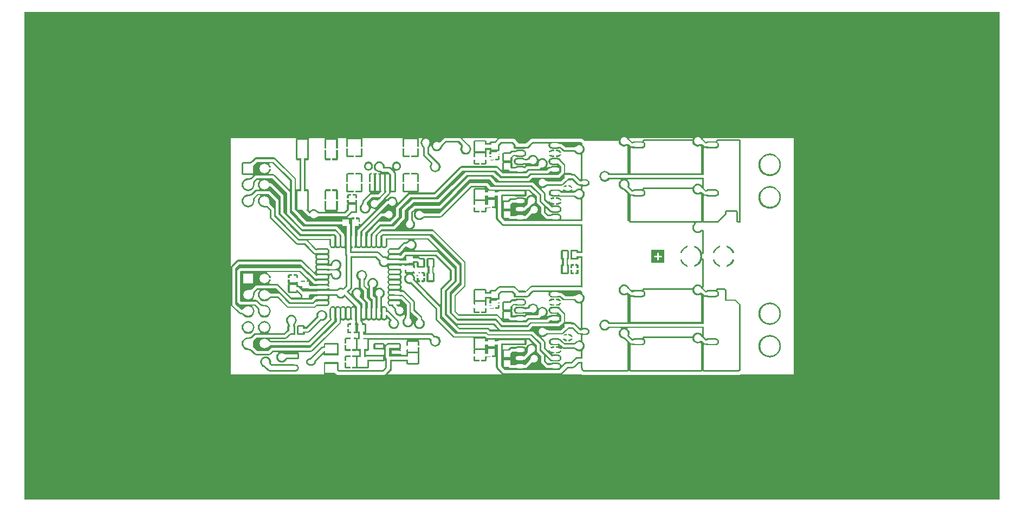
<source format=gbr>
%FSDAX33Y33*%
%MOMM*%
%SFA1B1*%

%IPPOS*%
%AMD1002*
%
%ADD11C,0.254000*%
%ADD17R,0.499999X2.500000*%
%ADD18R,2.000001X2.500000*%
%ADD19R,1.524000X2.999999*%
%ADD20R,1.100000X1.000001*%
%ADD21R,0.800001X1.050000*%
%ADD22R,1.500000X1.549999*%
%ADD23R,1.000001X1.100000*%
%ADD24R,1.549999X1.500000*%
%ADD25R,1.849999X1.450000*%
%ADD26R,1.270000X0.508000*%
%ADD27R,1.050000X0.599999*%
%ADD28O,1.050000X0.599999*%
%ADD29O,1.450000X0.599999*%
%ADD30R,1.450000X0.599999*%
%ADD31R,1.500000X1.350000*%
%ADD32R,2.300000X3.200001*%
%ADD33R,1.799999X0.599999*%
%ADD34O,1.799999X0.599999*%
%ADD35O,1.749999X0.549999*%
%ADD36O,0.549999X1.749999*%
%ADD62C,0.399999*%
%ADD63C,0.508000*%
%ADD64C,0.635000*%
%ADD65C,0.381000*%
%ADD66C,0.900001*%
%ADD67R,1.500000X1.500000*%
%ADD68C,1.500000*%
%ADD69C,2.999999*%
%ADD70C,1.200000*%
%ADD71C,1.270000*%
%LNgrb_top_layer-1*%
%LPD*%
G36*
X152400Y076200D02*
X000000D01*
Y000000*
X152400*
Y076200*
G37*
%LNgrb_top_layer-2*%
%LPC*%
G36*
X085828Y055093D02*
X085882Y055095D01*
X085936Y055101*
X085990Y055110*
X086043Y055123*
X086095Y055140*
X086148Y055161*
X086200Y055186*
X086251Y055214*
X086302Y055247*
X086353Y055283*
X086226Y054452*
X086191Y054498*
X086152Y054539*
X086112Y054575*
X086069Y054606*
X086024Y054633*
X085976Y054655*
X085927Y054671*
X085874Y054683*
X085820Y054691*
X085763Y054693*
X085828Y055093*
G37*
G36*
X105987Y055497D02*
X105943Y055537D01*
X105900Y055570*
X105857Y055596*
X105815Y055615*
X105773Y055626*
X105732Y055630*
X105691Y055626*
X105651Y055615*
X105611Y055597*
X105572Y055572*
X105730Y056359*
X105745Y056337*
X105767Y056308*
X105833Y056231*
X106123Y055927*
X106202Y055847*
X105987Y055497*
G37*
G36*
X085828Y031843D02*
X085882Y031845D01*
X085936Y031851*
X085990Y031860*
X086043Y031873*
X086095Y031890*
X086148Y031911*
X086200Y031936*
X086251Y031964*
X086302Y031997*
X086353Y032033*
X086226Y031202*
X086191Y031248*
X086152Y031289*
X086112Y031325*
X086069Y031356*
X086024Y031383*
X085976Y031405*
X085927Y031421*
X085874Y031433*
X085820Y031441*
X085763Y031443*
X085828Y031843*
G37*
G36*
X105987Y032247D02*
X105943Y032287D01*
X105900Y032320*
X105857Y032346*
X105815Y032365*
X105773Y032376*
X105732Y032380*
X105691Y032376*
X105651Y032365*
X105611Y032347*
X105572Y032322*
X105730Y033109*
X105745Y033087*
X105767Y033058*
X105833Y032981*
X106123Y032677*
X106202Y032597*
X105987Y032247*
G37*
G36*
X085787Y024253D02*
X085843Y024255D01*
X085897Y024262*
X085951Y024273*
X086002Y024288*
X086053Y024308*
X086102Y024332*
X086149Y024361*
X086196Y024394*
X086241Y024431*
X086285Y024473*
Y023633*
X086241Y023675*
X086196Y023712*
X086149Y023745*
X086102Y023774*
X086053Y023798*
X086002Y023818*
X085951Y023833*
X085897Y023844*
X085843Y023851*
X085787Y023853*
Y024253*
G37*
G36*
X105987Y024747D02*
X105943Y024787D01*
X105900Y024820*
X105857Y024846*
X105815Y024865*
X105773Y024876*
X105732Y024880*
X105691Y024876*
X105651Y024865*
X105611Y024847*
X105572Y024822*
X105730Y025609*
X105745Y025587*
X105767Y025558*
X105833Y025481*
X106123Y025177*
X106202Y025097*
X105987Y024747*
G37*
G36*
Y047997D02*
X105943Y048037D01*
X105900Y048070*
X105857Y048096*
X105815Y048115*
X105773Y048126*
X105732Y048130*
X105691Y048126*
X105651Y048115*
X105611Y048097*
X105572Y048072*
X105730Y048859*
X105745Y048837*
X105767Y048808*
X105833Y048731*
X106123Y048427*
X106202Y048347*
X105987Y047997*
G37*
G36*
X085788Y048003D02*
X085843Y048005D01*
X085898Y048012*
X085951Y048023*
X086003Y048038*
X086053Y048058*
X086102Y048082*
X086150Y048111*
X086196Y048144*
X086241Y048181*
X086285Y048223*
Y047383*
X086241Y047425*
X086196Y047462*
X086150Y047495*
X086102Y047524*
X086053Y047548*
X086003Y047568*
X085951Y047583*
X085898Y047594*
X085843Y047601*
X085788Y047603*
Y048003*
G37*
G36*
X078504Y029823D02*
X078561Y029826D01*
X078616Y029833*
X078667Y029846*
X078714Y029863*
X078758Y029886*
X078799Y029914*
X078837Y029947*
X078871Y029984*
X078901Y030027*
X078929Y030075*
X079181Y029274*
X079125Y029302*
X079015Y029350*
X078960Y029369*
X078852Y029399*
X078798Y029410*
X078745Y029417*
X078692Y029422*
X078639Y029423*
X078504Y029823*
G37*
G36*
X094487Y032247D02*
X094443Y032287D01*
X094400Y032320*
X094357Y032346*
X094315Y032365*
X094273Y032376*
X094232Y032380*
X094191Y032376*
X094151Y032365*
X094111Y032347*
X094072Y032322*
X094230Y033109*
X094245Y033087*
X094267Y033058*
X094333Y032981*
X094623Y032677*
X094702Y032597*
X094487Y032247*
G37*
G36*
X078504Y053073D02*
X078561Y053076D01*
X078616Y053083*
X078667Y053096*
X078714Y053113*
X078758Y053136*
X078799Y053164*
X078837Y053197*
X078871Y053234*
X078901Y053277*
X078929Y053325*
X079181Y052524*
X079125Y052552*
X079015Y052600*
X078960Y052619*
X078852Y052649*
X078798Y052660*
X078745Y052667*
X078692Y052672*
X078639Y052673*
X078504Y053073*
G37*
G36*
X094487Y055497D02*
X094443Y055537D01*
X094400Y055570*
X094357Y055596*
X094315Y055615*
X094273Y055626*
X094232Y055630*
X094191Y055626*
X094151Y055615*
X094111Y055597*
X094072Y055572*
X094230Y056359*
X094245Y056337*
X094267Y056308*
X094333Y056231*
X094623Y055927*
X094702Y055847*
X094487Y055497*
G37*
G36*
X094032Y025202D02*
X093993Y025238D01*
X093953Y025272*
X093910Y025305*
X093864Y025335*
X093766Y025390*
X093714Y025415*
X093602Y025459*
X093542Y025478*
X094285Y025871*
X094271Y025817*
X094262Y025765*
X094260Y025714*
X094263Y025664*
X094273Y025616*
X094288Y025568*
X094309Y025522*
X094336Y025477*
X094369Y025434*
X094408Y025391*
X094032Y025202*
G37*
G36*
X078518Y022891D02*
X078557Y022933D01*
X078590Y022977*
X078617Y023022*
X078639Y023068*
X078654Y023115*
X078663Y023164*
X078667Y023214*
X078664Y023265*
X078656Y023317*
X078642Y023370*
X079384Y022978*
X079324Y022958*
X079265Y022935*
X079206Y022908*
X079148Y022878*
X079035Y022808*
X078980Y022768*
X078872Y022677*
X078820Y022626*
X078518Y022891*
G37*
G36*
Y046141D02*
X078557Y046183D01*
X078590Y046227*
X078617Y046272*
X078639Y046318*
X078654Y046365*
X078663Y046414*
X078667Y046464*
X078664Y046515*
X078656Y046567*
X078642Y046620*
X079384Y046228*
X079324Y046208*
X079265Y046185*
X079206Y046158*
X079148Y046128*
X079035Y046058*
X078980Y046018*
X078872Y045927*
X078820Y045876*
X078518Y046141*
G37*
G36*
X094032Y048452D02*
X093993Y048488D01*
X093953Y048522*
X093910Y048555*
X093864Y048585*
X093766Y048640*
X093714Y048665*
X093602Y048709*
X093542Y048728*
X094285Y049121*
X094271Y049067*
X094262Y049015*
X094260Y048964*
X094263Y048914*
X094273Y048866*
X094288Y048818*
X094309Y048772*
X094336Y048727*
X094369Y048684*
X094408Y048641*
X094032Y048452*
G37*
G36*
X038676Y031813D02*
X038613Y031810D01*
X038549Y031800*
X038485Y031784*
X038421Y031761*
X038358Y031732*
X038294Y031696*
X038230Y031654*
X038167Y031605*
X038103Y031550*
X038039Y031488*
Y032538*
X038103Y032476*
X038167Y032421*
X038230Y032372*
X038294Y032330*
X038358Y032294*
X038421Y032265*
X038485Y032242*
X038549Y032226*
X038613Y032216*
X038676Y032213*
Y031813*
G37*
G36*
X035934Y032701D02*
X035891Y032654D01*
X035853Y032602*
X035820Y032545*
X035791Y032484*
X035766Y032418*
X035747Y032348*
X035731Y032273*
X035721Y032193*
X035715Y032109*
X035713Y032021*
X034971Y032763*
X035060Y032764*
X035144Y032770*
X035223Y032781*
X035298Y032796*
X035369Y032816*
X035434Y032840*
X035496Y032869*
X035552Y032903*
X035604Y032941*
X035651Y032984*
X035934Y032701*
G37*
G36*
X078862Y021734D02*
X078898Y021773D01*
X078933Y021814*
X078965Y021857*
X078995Y021902*
X079051Y022000*
X079075Y022052*
X079119Y022164*
X079138Y022224*
X079531Y021481*
X079477Y021496*
X079425Y021504*
X079374Y021506*
X079324Y021503*
X079276Y021494*
X079229Y021478*
X079182Y021457*
X079137Y021430*
X079094Y021397*
X079051Y021358*
X078862Y021734*
G37*
G36*
Y044985D02*
X078898Y045023D01*
X078933Y045064*
X078965Y045107*
X078995Y045152*
X079051Y045250*
X079075Y045302*
X079119Y045414*
X079138Y045474*
X079531Y044731*
X079477Y044746*
X079425Y044754*
X079374Y044756*
X079324Y044753*
X079276Y044744*
X079229Y044728*
X079182Y044707*
X079137Y044680*
X079094Y044647*
X079051Y044608*
X078862Y044985*
G37*
G36*
X080172Y028795D02*
X080214Y028839D01*
X080251Y028883*
X080282Y028927*
X080309Y028971*
X080331Y029015*
X080348Y029059*
X080361Y029103*
X080368Y029146*
X080370Y029190*
X080367Y029234*
X080894Y028707*
X080851Y028710*
X080807Y028707*
X080763Y028700*
X080719Y028688*
X080675Y028671*
X080631Y028649*
X080587Y028622*
X080543Y028590*
X080499Y028553*
X080455Y028512*
X080172Y028795*
G37*
G36*
Y052045D02*
X080214Y052089D01*
X080251Y052133*
X080282Y052177*
X080309Y052221*
X080331Y052265*
X080348Y052309*
X080361Y052353*
X080368Y052396*
X080370Y052440*
X080367Y052484*
X080894Y051957*
X080851Y051960*
X080807Y051957*
X080763Y051950*
X080719Y051938*
X080675Y051921*
X080631Y051899*
X080587Y051872*
X080543Y051840*
X080499Y051803*
X080455Y051762*
X080172Y052045*
G37*
G36*
X060114Y028744D02*
X060116Y028688D01*
X060123Y028633*
X060134Y028581*
X060151Y028530*
X060172Y028481*
X060197Y028434*
X060228Y028389*
X060262Y028346*
X060302Y028305*
X060346Y028265*
X059509Y028195*
X059548Y028243*
X059583Y028291*
X059613Y028341*
X059640Y028391*
X059662Y028442*
X059681Y028494*
X059695Y028546*
X059705Y028599*
X059711Y028654*
X059714Y028709*
X060114Y028744*
G37*
G36*
X081889Y026103D02*
X081834Y026101D01*
X081779Y026094*
X081726Y026083*
X081674Y026068*
X081624Y026048*
X081575Y026024*
X081527Y025995*
X081481Y025962*
X081436Y025925*
X081392Y025883*
Y026723*
X081436Y026681*
X081481Y026644*
X081527Y026611*
X081575Y026582*
X081624Y026558*
X081674Y026538*
X081726Y026523*
X081779Y026512*
X081834Y026505*
X081889Y026503*
Y026103*
G37*
G36*
X061913Y028384D02*
X061914Y028334D01*
X061925Y028212*
X061931Y028180*
X061938Y028153*
X061947Y028130*
X061958Y028112*
X061970Y028099*
X061983Y028089*
X061444*
X061457Y028099*
X061469Y028112*
X061480Y028130*
X061489Y028153*
X061496Y028180*
X061502Y028212*
X061507Y028248*
X061513Y028334*
X061513Y028384*
X061913*
G37*
G36*
X059538Y040003D02*
X059593Y040005D01*
X059648Y040012*
X059701Y040023*
X059752Y040038*
X059803Y040058*
X059852Y040082*
X059900Y040111*
X059946Y040144*
X059991Y040181*
X060035Y040223*
Y039383*
X059991Y039425*
X059946Y039462*
X059900Y039495*
X059852Y039524*
X059803Y039548*
X059752Y039568*
X059701Y039583*
X059648Y039594*
X059593Y039601*
X059538Y039603*
Y040003*
G37*
G36*
X058200Y030349D02*
X058241Y030311D01*
X058284Y030278*
X058330Y030248*
X058377Y030222*
X058427Y030201*
X058478Y030183*
X058532Y030169*
X058589Y030160*
X058647Y030154*
X058707Y030153*
X058114Y029559*
X058112Y029620*
X058107Y029678*
X058097Y029734*
X058084Y029788*
X058066Y029840*
X058044Y029890*
X058019Y029937*
X057989Y029982*
X057955Y030025*
X057918Y030066*
X058200Y030349*
G37*
G36*
X081889Y049353D02*
X081834Y049351D01*
X081779Y049344*
X081726Y049333*
X081674Y049318*
X081624Y049298*
X081575Y049274*
X081527Y049245*
X081481Y049212*
X081436Y049175*
X081392Y049133*
Y049973*
X081436Y049931*
X081481Y049894*
X081527Y049861*
X081575Y049832*
X081624Y049808*
X081674Y049788*
X081726Y049773*
X081779Y049762*
X081834Y049755*
X081889Y049753*
Y049353*
G37*
G36*
X060413Y043979D02*
X060416Y043923D01*
X060422Y043869*
X060433Y043816*
X060449Y043764*
X060468Y043714*
X060493Y043665*
X060521Y043617*
X060554Y043570*
X060592Y043525*
X060633Y043482*
X059793*
X059835Y043525*
X059873Y043570*
X059906Y043617*
X059934Y043665*
X059958Y043714*
X059978Y043764*
X059994Y043816*
X060005Y043869*
X060011Y043923*
X060013Y043979*
X060413*
G37*
G36*
X056038Y044753D02*
X056093Y044755D01*
X056148Y044762*
X056201Y044773*
X056252Y044788*
X056303Y044808*
X056352Y044832*
X056400Y044861*
X056446Y044894*
X056491Y044931*
X056535Y044973*
Y044133*
X056491Y044175*
X056446Y044212*
X056400Y044245*
X056352Y044274*
X056303Y044298*
X056252Y044318*
X056201Y044333*
X056148Y044344*
X056093Y044351*
X056038Y044353*
Y044753*
G37*
G36*
X062639Y044353D02*
X062584Y044351D01*
X062529Y044344*
X062476Y044333*
X062424Y044318*
X062374Y044298*
X062325Y044274*
X062277Y044245*
X062231Y044212*
X062186Y044175*
X062142Y044133*
Y044973*
X062186Y044931*
X062231Y044894*
X062277Y044861*
X062325Y044832*
X062374Y044808*
X062424Y044788*
X062476Y044773*
X062529Y044762*
X062584Y044755*
X062639Y044753*
Y044353*
G37*
G36*
X052169Y031314D02*
X051657Y031787D01*
X052445Y031945*
X052419Y031905*
X052401Y031866*
X052390Y031826*
X052387Y031785*
X052391Y031744*
X052402Y031702*
X052420Y031660*
X052446Y031617*
X052479Y031574*
X052520Y031530*
X052169Y031314*
G37*
G36*
X068758Y055792D02*
X069270Y055319D01*
X068482Y055161*
X068508Y055201*
X068526Y055240*
X068536Y055281*
X068540Y055321*
X068536Y055363*
X068525Y055404*
X068507Y055447*
X068481Y055489*
X068448Y055533*
X068407Y055576*
X068758Y055792*
G37*
G36*
X065390Y055697D02*
X065339Y055644D01*
X065249Y055536*
X065208Y055481*
X065138Y055368*
X065108Y055310*
X065082Y055252*
X065058Y055192*
X065039Y055132*
X064646Y055875*
X064699Y055860*
X064752Y055852*
X064803Y055850*
X064852Y055853*
X064901Y055862*
X064948Y055878*
X064994Y055899*
X065039Y055926*
X065083Y055959*
X065126Y055998*
X065390Y055697*
G37*
G36*
X036816Y030444D02*
X036863Y030401D01*
X036915Y030363*
X036971Y030329*
X037033Y030300*
X037098Y030276*
X037169Y030256*
X037244Y030241*
X037323Y030230*
X037407Y030224*
X037496Y030223*
X036754Y029481*
X036752Y029569*
X036746Y029653*
X036736Y029733*
X036720Y029808*
X036701Y029878*
X036676Y029944*
X036647Y030005*
X036614Y030062*
X036576Y030114*
X036533Y030161*
X036816Y030444*
G37*
G36*
X033793Y029673D02*
X033863Y029676D01*
X033930Y029685*
X033995Y029699*
X034059Y029719*
X034120Y029746*
X034179Y029777*
X034236Y029815*
X034292Y029859*
X034345Y029908*
X034396Y029963*
Y028983*
X034345Y029038*
X034292Y029087*
X034236Y029131*
X034179Y029169*
X034120Y029201*
X034059Y029227*
X033995Y029247*
X033930Y029261*
X033863Y029270*
X033793Y029273*
Y029673*
G37*
G36*
X074721Y054869D02*
X075204Y055371D01*
X075337Y054585*
X075300Y054611*
X075262Y054630*
X075223Y054641*
X075183Y054645*
X075143Y054641*
X075102Y054631*
X075060Y054612*
X075018Y054586*
X074975Y054553*
X074931Y054513*
X074721Y054869*
G37*
G36*
X080227Y054257D02*
X080186Y054295D01*
X080143Y054329*
X080097Y054358*
X080050Y054384*
X080000Y054406*
X079948Y054423*
X079895Y054437*
X079838Y054446*
X079780Y054452*
X079719Y054453*
X080313Y055047*
X080315Y054987*
X080320Y054928*
X080330Y054872*
X080343Y054818*
X080361Y054766*
X080383Y054717*
X080408Y054669*
X080438Y054624*
X080472Y054581*
X080509Y054540*
X080227Y054257*
G37*
G36*
X070165Y045703D02*
X070108Y045701D01*
X070054Y045693*
X070002Y045681*
X069952Y045664*
X069905Y045642*
X069860Y045616*
X069818Y045584*
X069778Y045548*
X069741Y045506*
X069706Y045460*
X069566Y046289*
X069617Y046253*
X069669Y046222*
X069721Y046194*
X069773Y046170*
X069826Y046149*
X069878Y046133*
X069932Y046120*
X069985Y046111*
X070039Y046105*
X070093Y046103*
X070165Y045703*
G37*
G36*
X067727Y054257D02*
X067686Y054295D01*
X067643Y054329*
X067597Y054358*
X067550Y054384*
X067500Y054406*
X067448Y054423*
X067395Y054437*
X067338Y054446*
X067280Y054452*
X067219Y054453*
X067813Y055047*
X067815Y054987*
X067820Y054928*
X067830Y054872*
X067843Y054818*
X067861Y054766*
X067883Y054717*
X067908Y054669*
X067938Y054624*
X067972Y054581*
X068009Y054540*
X067727Y054257*
G37*
G36*
X070165Y022453D02*
X070108Y022451D01*
X070054Y022443*
X070002Y022431*
X069952Y022414*
X069905Y022392*
X069860Y022366*
X069818Y022334*
X069778Y022298*
X069741Y022257*
X069706Y022210*
X069566Y023039*
X069617Y023003*
X069669Y022972*
X069721Y022944*
X069773Y022920*
X069826Y022899*
X069878Y022883*
X069932Y022870*
X069985Y022861*
X070039Y022855*
X070093Y022853*
X070165Y022453*
G37*
G36*
X080227Y031007D02*
X080186Y031045D01*
X080143Y031079*
X080097Y031108*
X080050Y031134*
X080000Y031156*
X079948Y031173*
X079895Y031187*
X079838Y031196*
X079780Y031202*
X079719Y031203*
X080313Y031797*
X080315Y031737*
X080320Y031678*
X080330Y031622*
X080343Y031568*
X080361Y031516*
X080383Y031467*
X080408Y031419*
X080438Y031374*
X080472Y031331*
X080509Y031290*
X080227Y031007*
G37*
G36*
X074721Y031619D02*
X075204Y032121D01*
X075337Y031335*
X075300Y031361*
X075262Y031380*
X075223Y031391*
X075183Y031395*
X075143Y031391*
X075102Y031381*
X075060Y031362*
X075018Y031336*
X074975Y031303*
X074931Y031263*
X074721Y031619*
G37*
G36*
X087072Y019662D02*
X087036Y019695D01*
X087000Y019723*
X086965Y019746*
X086929Y019763*
X086894Y019776*
X086858Y019783*
X086823Y019785*
X086787Y019782*
X086752Y019773*
X086717Y019759*
X087056Y020400*
X087064Y020362*
X087076Y020324*
X087092Y020284*
X087112Y020244*
X087136Y020203*
X087164Y020161*
X087195Y020118*
X087271Y020030*
X087315Y019985*
X087072Y019662*
G37*
G36*
X069056Y031178D02*
X068747Y031278D01*
X068623Y031992*
X069183Y031617*
X069056Y031178*
G37*
G36*
X106139Y042353D02*
X106084Y042351D01*
X106029Y042344*
X105976Y042333*
X105924Y042318*
X105874Y042298*
X105825Y042274*
X105777Y042245*
X105731Y042212*
X105686Y042175*
X105642Y042133*
Y042973*
X105686Y042931*
X105731Y042894*
X105777Y042861*
X105825Y042832*
X105874Y042808*
X105924Y042788*
X105976Y042773*
X106029Y042762*
X106084Y042755*
X106139Y042753*
Y042353*
G37*
G36*
X038191Y045752D02*
X038144Y045795D01*
X038092Y045833*
X038036Y045867*
X037974Y045896*
X037909Y045920*
X037838Y045940*
X037763Y045955*
X037684Y045966*
X037600Y045972*
X037511Y045973*
X038253Y046716*
X038255Y046627*
X038261Y046543*
X038271Y046463*
X038287Y046388*
X038306Y046318*
X038331Y046252*
X038360Y046191*
X038393Y046135*
X038431Y046083*
X038474Y046035*
X038191Y045752*
G37*
G36*
X035934Y047411D02*
X035891Y047364D01*
X035853Y047312*
X035820Y047255*
X035791Y047194*
X035766Y047128*
X035747Y047058*
X035731Y046983*
X035721Y046903*
X035715Y046819*
X035713Y046731*
X034971Y047473*
X035060Y047474*
X035144Y047480*
X035223Y047491*
X035298Y047506*
X035369Y047526*
X035434Y047550*
X035496Y047579*
X035552Y047613*
X035604Y047651*
X035651Y047694*
X035934Y047411*
G37*
G36*
X038503Y049063D02*
X038452Y049062D01*
X038362Y049055*
X038324Y049048*
X038291Y049040*
X038262Y049030*
X038239Y049018*
X038219Y049004*
X038205Y048989*
X038194Y048971*
Y049555*
X038205Y049537*
X038219Y049522*
X038239Y049508*
X038262Y049496*
X038291Y049486*
X038324Y049478*
X038362Y049471*
X038405Y049467*
X038503Y049463*
Y049063*
G37*
G36*
X035934Y049951D02*
X035891Y049904D01*
X035853Y049852*
X035820Y049795*
X035791Y049734*
X035766Y049668*
X035747Y049598*
X035731Y049523*
X035721Y049443*
X035715Y049359*
X035713Y049271*
X034971Y050013*
X035060Y050014*
X035144Y050020*
X035223Y050031*
X035298Y050046*
X035369Y050066*
X035434Y050090*
X035496Y050119*
X035552Y050153*
X035604Y050191*
X035651Y050234*
X035934Y049951*
G37*
G36*
X047915Y035876D02*
X048610Y035867D01*
X048114Y035262*
X048109Y035306*
X048099Y035346*
X048083Y035381*
X048060Y035411*
X048031Y035437*
X047996Y035458*
X047955Y035474*
X047908Y035486*
X047854Y035493*
X047795Y035495*
X047915Y035876*
G37*
G36*
X053431Y046532D02*
X053433Y046477D01*
X053440Y046424*
X053451Y046371*
X053467Y046319*
X053488Y046269*
X053513Y046219*
X053543Y046171*
X053577Y046123*
X053617Y046077*
X053660Y046031*
X052820*
X052864Y046077*
X052903Y046123*
X052937Y046171*
X052967Y046219*
X052992Y046269*
X053013Y046319*
X053029Y046371*
X053040Y046424*
X053047Y046477*
X053050Y046532*
X053431*
G37*
G36*
X055568Y046549D02*
X055534Y046514D01*
X055468Y046434*
X055437Y046390*
X055376Y046294*
X055348Y046242*
X055266Y046070*
X054958Y046851*
X055009Y046831*
X055059Y046818*
X055108Y046811*
X055156Y046811*
X055203Y046817*
X055250Y046830*
X055295Y046849*
X055339Y046875*
X055383Y046907*
X055425Y046946*
X055568Y046549*
G37*
G36*
X047795Y036511D02*
X047854Y036513D01*
X047908Y036520*
X047955Y036532*
X047996Y036548*
X048031Y036569*
X048060Y036595*
X048083Y036626*
X048099Y036661*
X048109Y036700*
X048114Y036745*
X048610Y036139*
X047915Y036130*
X047795Y036511*
G37*
G36*
X062438Y025807D02*
X063198Y025818D01*
Y025288*
X063189Y025290*
X063164Y025292*
X062919Y025297*
X062438Y025299*
Y025807*
G37*
G36*
X053171D02*
Y025299D01*
X053123Y025297*
X053080Y025289*
X053042Y025276*
X053009Y025258*
X052981Y025236*
X052958Y025208*
X052940Y025175*
X052928Y025137*
X052920Y025093*
X052917Y025045*
X052409Y025553*
X052917Y026061*
X052920Y026013*
X052928Y025970*
X052940Y025932*
X052958Y025899*
X052981Y025871*
X053009Y025848*
X053042Y025830*
X053080Y025817*
X053123Y025810*
X053171Y025807*
G37*
G36*
X035993Y052550D02*
X035914Y052467D01*
X035788Y052320*
X035743Y052255*
X035709Y052195*
X035686Y052142*
X035674Y052094*
X035674Y052051*
X035685Y052015*
X035707Y051984*
X035145Y052547*
X035175Y052524*
X035212Y052513*
X035254Y052514*
X035302Y052525*
X035356Y052548*
X035415Y052583*
X035480Y052628*
X035551Y052685*
X035710Y052833*
X035993Y052550*
G37*
G36*
X062563Y054877D02*
X062561Y054933D01*
X062555Y054987*
X062544Y055040*
X062528Y055092*
X062508Y055142*
X062484Y055192*
X062456Y055239*
X062423Y055286*
X062385Y055331*
X062343Y055375*
X063183*
X063142Y055331*
X063104Y055286*
X063071Y055239*
X063043Y055192*
X063019Y055142*
X062999Y055092*
X062983Y055040*
X062972Y054987*
X062966Y054933*
X062963Y054877*
X062563*
G37*
G36*
X064008Y053042D02*
X064520Y052569D01*
X063732Y052411*
X063758Y052451*
X063776Y052490*
X063786Y052531*
X063790Y052571*
X063786Y052613*
X063775Y052654*
X063757Y052697*
X063731Y052739*
X063698Y052783*
X063657Y052826*
X064008Y053042*
G37*
G36*
X038676Y024193D02*
X038613Y024190D01*
X038549Y024180*
X038485Y024164*
X038421Y024141*
X038358Y024112*
X038294Y024076*
X038230Y024034*
X038167Y023985*
X038103Y023930*
X038039Y023868*
Y024918*
X038103Y024856*
X038167Y024801*
X038230Y024752*
X038294Y024710*
X038358Y024674*
X038421Y024645*
X038485Y024622*
X038549Y024606*
X038613Y024596*
X038676Y024593*
Y024193*
G37*
G36*
X041513Y027127D02*
X041511Y027183D01*
X041505Y027237*
X041494Y027290*
X041478Y027342*
X041458Y027392*
X041434Y027442*
X041406Y027489*
X041373Y027536*
X041335Y027581*
X041293Y027625*
X042133Y027625*
X042092Y027581*
X042054Y027536*
X042021Y027489*
X041993Y027442*
X041968Y027392*
X041949Y027342*
X041933Y027290*
X041922Y027237*
X041916Y027183*
X041913Y027127*
X041513*
G37*
G36*
X046139Y044353D02*
X046084Y044351D01*
X046029Y044344*
X045976Y044333*
X045924Y044318*
X045874Y044298*
X045825Y044274*
X045777Y044245*
X045731Y044212*
X045686Y044175*
X045642Y044133*
Y044973*
X045686Y044931*
X045731Y044894*
X045777Y044861*
X045825Y044832*
X045874Y044808*
X045924Y044788*
X045976Y044773*
X046029Y044762*
X046084Y044755*
X046139Y044753*
Y044353*
G37*
G36*
X035934Y025081D02*
X035891Y025034D01*
X035853Y024982*
X035820Y024925*
X035791Y024864*
X035766Y024798*
X035747Y024728*
X035731Y024653*
X035721Y024573*
X035715Y024489*
X035713Y024401*
X034971Y025143*
X035060Y025144*
X035144Y025150*
X035223Y025161*
X035298Y025176*
X035369Y025196*
X035434Y025220*
X035496Y025249*
X035552Y025283*
X035604Y025321*
X035651Y025364*
X035934Y025081*
G37*
G36*
X035592Y023392D02*
X035546Y023434D01*
X035495Y023472*
X035438Y023506*
X035378Y023537*
X035312Y023564*
X035241Y023588*
X035165Y023608*
X035084Y023624*
X034998Y023636*
X034907Y023645*
X035710Y024322*
X035704Y024236*
X035704Y024154*
X035710Y024076*
X035720Y024003*
X035736Y023934*
X035758Y023868*
X035785Y023808*
X035818Y023751*
X035856Y023698*
X035900Y023650*
X035592Y023392*
G37*
G36*
X041171Y022249D02*
X041109Y022247D01*
X041052Y022241*
X040999Y022231*
X040951Y022217*
X040907Y022199*
X040868Y022177*
X040834Y022152*
X040804Y022122*
X040778Y022088*
X040757Y022050*
X040477Y022842*
X040514Y022826*
X040552Y022811*
X040594Y022799*
X040639Y022788*
X040736Y022771*
X040789Y022765*
X040966Y022757*
X041171Y022249*
G37*
G36*
X074213Y047958D02*
X074721Y047704D01*
X074673Y047702*
X074630Y047694*
X074592Y047681*
X074559Y047663*
X074531Y047641*
X074508Y047613*
X074490Y047580*
X074478Y047542*
X074470Y047498*
X074467Y047450*
X074213Y047958*
G37*
G36*
X111213Y045003D02*
Y043553D01*
X111251*
X111254Y043549*
X111272Y043516*
X111375Y043391*
X111385Y043383*
X111392Y043373*
X111423Y043352*
X111452Y043328*
X111464Y043324*
X111474Y043318*
X111511Y043310*
X111548Y043299*
X111560Y043301*
X111572Y043298*
X111714*
X111811Y043318*
X111894Y043373*
X111949Y043456*
X111968Y043553*
X119213*
Y032803*
X111213*
Y032368*
X111096Y032319*
X111088Y032328*
X110939Y032427*
X110763Y032462*
X110463*
X110288Y032427*
X110139Y032328*
X110040Y032179*
X110005Y032003*
X110040Y031828*
X110139Y031679*
X110288Y031579*
X110463Y031544*
X110573*
X110672Y031445*
X110624Y031328*
X109739*
X109718Y031332*
X109713Y031353*
Y032678*
X109706Y032715*
X109702Y032753*
X109696Y032764*
X109694Y032776*
X109673Y032807*
X109655Y032841*
X109552Y032966*
X109542Y032973*
X109535Y032983*
X109504Y033004*
X109475Y033028*
X109463Y033032*
X109453Y033039*
X109416Y033046*
X109379Y033057*
X109367Y033056*
X109355Y033058*
X108333*
X108320Y033056*
X108308Y033057*
X108272Y033046*
X108235Y033039*
X108225Y033032*
X108212Y033028*
X108183Y033004*
X108152Y032983*
X108145Y032973*
X108136Y032965*
X108118Y032932*
X108097Y032901*
X108095Y032888*
X108089Y032877*
X108066Y032803*
X106362*
X106213Y032952*
Y042094*
X106389Y042129*
X106538Y042229*
X106904Y042594*
X108463*
X108639Y042629*
X108788Y042729*
X109954Y043894*
X110463*
X110639Y043929*
X110788Y044029*
X110887Y044178*
X110922Y044353*
X110887Y044529*
X110788Y044678*
X110639Y044777*
X110463Y044812*
X109763*
X109713Y044853*
Y045003*
X109718Y045024*
X109739Y045028*
X111097*
X111213Y045003*
G37*
G36*
X094478Y043456D02*
X094533Y043373D01*
X094616Y043318*
X094713Y043298*
X104580*
X104623Y043171*
X104607Y043159*
X104471Y042982*
X104385Y042775*
X104356Y042553*
X104385Y042331*
X104471Y042124*
X104607Y041947*
X104785Y041811*
X104992Y041725*
X105213Y041696*
X105435Y041725*
X105642Y041811*
X105820Y041947*
X105940Y041919*
X105959Y041905*
Y038648*
X105832Y038629*
X105802Y038728*
X105639Y039032*
X105420Y039299*
X105153Y039519*
X104848Y039681*
X104673Y039734*
Y038053*
Y036372*
X104848Y036425*
X105153Y036588*
X105420Y036807*
X105639Y037074*
X105802Y037379*
X105832Y037477*
X105959Y037458*
Y033437*
X105832Y033394*
X105820Y033409*
X105642Y033546*
X105435Y033631*
X105213Y033660*
X104992Y033631*
X104785Y033546*
X104607Y033409*
X104471Y033232*
X104396Y033051*
X104389Y033051*
X104356Y033058*
X096833*
X096820Y033056*
X096808Y033057*
X096772Y033046*
X096735Y033039*
X096725Y033032*
X096712Y033028*
X096683Y033004*
X096652Y032983*
X096645Y032973*
X096636Y032965*
X096618Y032932*
X096597Y032901*
X096595Y032888*
X096589Y032877*
X096566Y032803*
X094862*
X094696Y032969*
X094522Y033152*
X094465Y033219*
X094458Y033228*
X094456Y033232*
X094442Y033250*
X094441Y033251*
X094441Y033251*
X094320Y033409*
X094142Y033546*
X093935Y033631*
X093713Y033660*
X093492Y033631*
X093285Y033546*
X093107Y033409*
X092971Y033232*
X092885Y033025*
X092856Y032803*
X087213*
Y043553*
X094459*
X094478Y043456*
G37*
G36*
X036772Y032782D02*
X036783Y032717D01*
X036630Y032517*
X036529Y032274*
X036495Y032013*
X036529Y031752*
X036630Y031509*
X036790Y031300*
X036999Y031140*
X037242Y031039*
X037503Y031004*
X037765Y031039*
X038008Y031140*
X038217Y031300*
X038233Y031321*
X038275Y031362*
X038328Y031407*
X038378Y031446*
X038427Y031478*
X038473Y031504*
X038518Y031525*
X038560Y031540*
X038600Y031550*
X038628Y031554*
X039544*
X040945Y030154*
X041094Y030054*
X041269Y030019*
X045219*
X045395Y030054*
X045544Y030154*
X045723Y030333*
X045759Y030309*
X045963Y030268*
X047163*
X047368Y030309*
X047542Y030425*
X047658Y030598*
X047699Y030803*
X047658Y031008*
X047542Y031182*
Y031225*
X047658Y031398*
X047699Y031603*
X047671Y031741*
X047759Y031868*
X048726*
X048857Y031697*
X049035Y031561*
X049242Y031475*
X049463Y031446*
X049685Y031475*
X049892Y031561*
X050070Y031697*
X050092Y031698*
X051375Y030414*
X051334Y030277*
X051207Y030251*
X051032Y030134*
X050913Y030185*
X050818Y030248*
X050613Y030288*
X050409Y030248*
X050235Y030132*
X050192*
X050018Y030248*
X049813Y030288*
X049609Y030248*
X049435Y030132*
X049392*
X049218Y030248*
X049013Y030288*
X048809Y030248*
X048635Y030132*
X048592*
X048418Y030248*
X048213Y030288*
X048009Y030248*
X047835Y030132*
X047719Y029958*
X047678Y029753*
Y028553*
X047719Y028348*
X047755Y028295*
Y028243*
X044363Y024852*
X038628*
X038600Y024856*
X038560Y024866*
X038518Y024881*
X038473Y024902*
X038427Y024928*
X038378Y024960*
X038328Y024999*
X038318Y025007*
X038365Y025134*
X040753*
X040929Y025169*
X041078Y025269*
X041582Y025773*
X042113*
X042211Y025793*
X042294Y025848*
X042349Y025931*
X042368Y026028*
Y027078*
X042349Y027176*
X042294Y027258*
X042286Y027285*
X042282Y027410*
X042287Y027416*
X042307Y027437*
X042320Y027447*
X042456Y027624*
X042542Y027831*
X042571Y028053*
X042542Y028275*
X042456Y028482*
X042320Y028659*
X042142Y028796*
X041935Y028881*
X041713Y028910*
X041492Y028881*
X041285Y028796*
X041107Y028659*
X040971Y028482*
X040885Y028275*
X040856Y028053*
X040885Y027831*
X040971Y027624*
X041107Y027447*
X041120Y027437*
X041140Y027416*
X041145Y027410*
X041141Y027285*
X041133Y027258*
X041078Y027176*
X041059Y027078*
Y026547*
X040563Y026052*
X038206*
X038163Y026179*
X038217Y026220*
X038377Y026429*
X038478Y026672*
X038512Y026933*
X038478Y027194*
X038377Y027437*
X038217Y027646*
X038008Y027807*
X037765Y027907*
X037503Y027942*
X037242Y027907*
X036999Y027807*
X036790Y027646*
X036630Y027437*
X036529Y027194*
X036495Y026933*
X036529Y026672*
X036630Y026429*
X036790Y026220*
X036844Y026179*
X036801Y026052*
X036163*
X035988Y026017*
X035839Y025918*
X035434Y025512*
X035411Y025496*
X035376Y025475*
X035335Y025455*
X035290Y025439*
X035238Y025424*
X035181Y025413*
X035118Y025404*
X035049Y025399*
X034990Y025398*
X034963Y025402*
X034702Y025367*
X034459Y025267*
X034250Y025106*
X034090Y024897*
X033989Y024654*
X033955Y024393*
X033989Y024132*
X034090Y023889*
X034250Y023680*
X034459Y023520*
X034702Y023419*
X034861Y023398*
X034883Y023392*
X034967Y023383*
X035041Y023373*
X035108Y023359*
X035168Y023343*
X035223Y023325*
X035271Y023305*
X035314Y023284*
X035351Y023261*
X035374Y023244*
X035889Y022729*
X036038Y022629*
X036213Y022594*
X038213*
X038389Y022629*
X038538Y022729*
X038904Y023094*
X039640*
X039683Y022967*
X039607Y022909*
X039471Y022732*
X039385Y022525*
X039356Y022303*
X039385Y022081*
X039471Y021874*
X039607Y021697*
X039785Y021561*
X039992Y021475*
X040213Y021446*
X040435Y021475*
X040642Y021561*
X040820Y021697*
X040956Y021874*
X040975Y021920*
X040981Y021927*
X040993Y021949*
X040997Y021954*
X041001Y021958*
X041008Y021963*
X041018Y021969*
X041035Y021976*
X041058Y021983*
X041089Y021989*
X041094Y021989*
X041484*
X041516Y021968*
X041613Y021948*
X042663*
X042761Y021968*
X042844Y022023*
X042899Y022106*
X042918Y022203*
Y022803*
X042899Y022901*
X042854Y022967*
X042873Y023035*
X042906Y023094*
X044713*
X044889Y023129*
X045038Y023229*
X049338Y027529*
X049437Y027677*
X049472Y027853*
Y028015*
X049584Y028075*
X049609Y028059*
X049813Y028018*
X050018Y028059*
X050192Y028175*
X050235*
X050409Y028059*
X050613Y028018*
X050818Y028059*
X050913Y028122*
X051032Y028172*
X051207Y028055*
X051286Y028039*
Y029153*
X051540*
Y028039*
X051577Y028046*
X051704Y027970*
Y027799*
X051716Y027738*
X051611Y027612*
X051340*
Y026803*
Y025994*
X051713*
X051813Y026014*
X051897Y026070*
X052030Y026041*
X052066Y026018*
X052150Y026001*
Y025333*
X052113*
X052016Y025314*
X051967Y025281*
X051913Y025317*
X051813Y025337*
X051190*
Y024303*
Y023269*
X051813*
X051913Y023289*
X051967Y023325*
X052016Y023293*
X052113Y023273*
X052350*
Y022583*
X052113*
X052016Y022564*
X051967Y022531*
X051913Y022567*
X051813Y022587*
X051190*
Y021553*
Y020519*
X051813*
X051913Y020539*
X051967Y020575*
X052016Y020543*
X052113Y020523*
X053613*
X053711Y020543*
X053794Y020598*
X053849Y020681*
X053868Y020778*
Y021599*
X055423*
X055449Y021604*
X056058*
X056156Y021624*
X056239Y021679*
X056262Y021714*
X056389Y021676*
Y020706*
X056001Y020317*
X049176*
X049143Y020350*
Y021278*
X049124Y021376*
X049069Y021458*
X048986Y021514*
X048888Y021533*
X047038*
X046941Y021514*
X046858Y021458*
X046803Y021376*
X046784Y021278*
Y019828*
X046803Y019731*
X046831Y019689*
X046777Y019564*
X046775Y019562*
X032222*
Y030250*
X032349Y030288*
X032389Y030229*
X033469Y029149*
X033618Y029049*
X033793Y029014*
X033854*
X033886Y029010*
X033929Y029001*
X033970Y028988*
X034009Y028971*
X034048Y028950*
X034087Y028924*
X034126Y028894*
X034164Y028858*
X034209Y028810*
X034213Y028807*
X034215Y028803*
X034219Y028800*
X034250Y028760*
X034459Y028600*
X034702Y028499*
X034963Y028464*
X035225Y028499*
X035468Y028600*
X035677Y028760*
X035837Y028969*
X035938Y029212*
X035972Y029473*
X035938Y029734*
X035837Y029977*
X035677Y030186*
X035628Y030224*
X035668Y030344*
X035983*
X036384Y029944*
X036401Y029921*
X036422Y029885*
X036441Y029845*
X036458Y029799*
X036472Y029748*
X036484Y029691*
X036492Y029628*
X036497Y029558*
X036498Y029499*
X036495Y029473*
X036529Y029212*
X036630Y028969*
X036790Y028760*
X036999Y028600*
X037242Y028499*
X037503Y028464*
X037765Y028499*
X038008Y028600*
X038217Y028760*
X038377Y028969*
X038478Y029212*
X038512Y029473*
X038478Y029734*
X038377Y029977*
X038217Y030186*
X038008Y030347*
X037765Y030447*
X037503Y030482*
X037477Y030478*
X037418Y030479*
X037349Y030484*
X037286Y030493*
X037229Y030504*
X037177Y030519*
X037132Y030535*
X037091Y030555*
X037056Y030576*
X037033Y030592*
X036498Y031128*
X036349Y031227*
X036173Y031262*
X035808*
X035745Y031389*
X035837Y031509*
X035938Y031752*
X035972Y032013*
X035969Y032039*
X035970Y032098*
X035975Y032168*
X035983Y032231*
X035995Y032288*
X036009Y032339*
X036026Y032385*
X036045Y032425*
X036066Y032461*
X036083Y032484*
X036444Y032844*
X036750*
X036772Y032782*
G37*
G36*
X105959Y049187D02*
X105832Y049144D01*
X105820Y049159*
X105642Y049296*
X105435Y049381*
X105213Y049410*
X104992Y049381*
X104785Y049296*
X104607Y049159*
X104471Y048982*
X104396Y048801*
X104389Y048801*
X104356Y048808*
X096833*
X096820Y048806*
X096808Y048807*
X096772Y048796*
X096735Y048789*
X096725Y048782*
X096712Y048778*
X096683Y048754*
X096652Y048733*
X096645Y048723*
X096636Y048715*
X096618Y048682*
X096597Y048651*
X096595Y048638*
X096589Y048627*
X096553Y048509*
X096504Y048519*
X095304*
X095090Y048476*
X095001Y048417*
X094999*
X094556Y048859*
X094548Y048870*
X094535Y048892*
X094526Y048911*
X094520Y048929*
X094517Y048947*
X094515Y048967*
X094516Y048989*
X094520Y049014*
X094531Y049055*
X094531Y049057*
X094542Y049081*
X094571Y049303*
X094542Y049525*
X094456Y049732*
X094320Y049909*
X094244Y049967*
X094287Y050094*
X105959*
Y049187*
G37*
G36*
X079347Y047771D02*
X079288Y047650D01*
X079213Y047660*
X078991Y047631*
X078785Y047545*
X078607Y047409*
X078471Y047232*
X078430Y047133*
X078394Y047119*
X078281Y047104*
X078128Y047206*
X077913Y047249*
X077063*
X076849Y047206*
X076760Y047147*
X076123*
X075948Y047112*
X075799Y047013*
X075570Y046783*
X074913*
X074854Y046771*
X074752Y046831*
X074727Y046857*
Y047444*
X076634*
X076666Y047423*
X076763Y047403*
X078213*
X078311Y047423*
X078394Y047478*
X078449Y047561*
X078468Y047658*
Y048258*
X078498Y048294*
X078823*
X079347Y047771*
G37*
G36*
X042477Y056417D02*
X042466Y056401D01*
X042447Y056303*
Y053303*
X042466Y053206*
X042521Y053123*
X042604Y053068*
X042701Y053048*
X043005*
Y048558*
X042701*
X042604Y048539*
X042549Y048502*
X042451Y048536*
X042422Y048558*
Y050053*
X042387Y050229*
X042288Y050378*
X039288Y053378*
X039139Y053477*
X038963Y053512*
X036213*
X036038Y053477*
X035889Y053378*
X035455Y052943*
X035385Y052878*
X035327Y052832*
X035293Y052808*
X034213*
X034116Y052789*
X034033Y052733*
X033978Y052651*
X033959Y052553*
Y051053*
X033978Y050956*
X034033Y050873*
X034116Y050818*
X034213Y050798*
X035670*
X035726Y050683*
X035727Y050676*
X035434Y050382*
X035411Y050366*
X035376Y050345*
X035335Y050325*
X035290Y050309*
X035238Y050294*
X035181Y050283*
X035118Y050274*
X035049Y050269*
X034990Y050268*
X034963Y050272*
X034702Y050237*
X034459Y050137*
X034250Y049976*
X034090Y049767*
X033989Y049524*
X033955Y049263*
X033989Y049002*
X034090Y048759*
X034250Y048550*
X034459Y048390*
X034702Y048289*
X034963Y048254*
X035225Y048289*
X035468Y048390*
X035677Y048550*
X035837Y048759*
X035938Y049002*
X035972Y049263*
X035969Y049289*
X035970Y049348*
X035975Y049418*
X035983Y049481*
X035995Y049538*
X036009Y049589*
X036026Y049635*
X036045Y049675*
X036066Y049711*
X036083Y049734*
X036354Y050004*
X036652*
X036714Y049877*
X036630Y049767*
X036529Y049524*
X036495Y049263*
X036529Y049002*
X036630Y048759*
X036722Y048639*
X036659Y048512*
X036293*
X036118Y048477*
X035969Y048378*
X035434Y047842*
X035411Y047826*
X035376Y047805*
X035335Y047785*
X035290Y047769*
X035238Y047754*
X035181Y047743*
X035118Y047734*
X035049Y047729*
X034990Y047728*
X034963Y047732*
X034702Y047697*
X034459Y047597*
X034250Y047436*
X034090Y047227*
X033989Y046984*
X033955Y046723*
X033989Y046462*
X034090Y046219*
X034250Y046010*
X034459Y045850*
X034702Y045749*
X034963Y045714*
X035225Y045749*
X035468Y045850*
X035677Y046010*
X035837Y046219*
X035938Y046462*
X035972Y046723*
X035969Y046749*
X035970Y046808*
X035975Y046878*
X035983Y046941*
X035995Y046998*
X036009Y047049*
X036026Y047095*
X036045Y047135*
X036066Y047171*
X036083Y047194*
X036484Y047594*
X036799*
X036839Y047474*
X036790Y047436*
X036630Y047227*
X036529Y046984*
X036495Y046723*
X036529Y046462*
X036630Y046219*
X036790Y046010*
X036999Y045850*
X037242Y045749*
X037503Y045714*
X037530Y045718*
X037589Y045717*
X037658Y045712*
X037721Y045704*
X037778Y045692*
X037830Y045678*
X037875Y045661*
X037916Y045642*
X037951Y045620*
X037974Y045604*
X038355Y045223*
Y044203*
X038390Y044028*
X038489Y043879*
X042389Y039979*
X042538Y039879*
X042713Y039844*
X043733*
X045099Y038479*
X045248Y038379*
X045409Y038347*
X045464Y038271*
X045485Y038232*
X045469Y038208*
X045428Y038003*
X045469Y037798*
X045585Y037625*
Y037582*
X045469Y037408*
X045428Y037203*
X045469Y036998*
X045534Y036900*
X045576Y036803*
X045534Y036706*
X045469Y036608*
X045428Y036403*
X045469Y036198*
X045585Y036025*
Y035982*
X045469Y035808*
X045439Y035656*
X045308Y035608*
X043538Y037378*
X043389Y037477*
X043213Y037512*
X033463*
X033288Y037477*
X033139Y037378*
X032389Y036628*
X032349Y036568*
X032222Y036606*
Y056544*
X042409*
X042477Y056417*
G37*
G36*
X120205Y019562D02*
X084114D01*
X084075Y019689*
X084077Y019690*
X084926Y020539*
X085652*
X085849Y020578*
X086016Y020690*
X086615Y021289*
X086959*
Y020714*
X086978Y020616*
X087043Y020458*
X087045Y020444*
X087047Y020440*
X087047Y020437*
X087056Y020409*
X087056Y020400*
X087061Y020374*
X087066Y020363*
X087067Y020351*
X087073Y020334*
X087078Y020324*
X087080Y020314*
X087088Y020293*
X087093Y020285*
X087096Y020276*
X087108Y020252*
X087113Y020245*
X087116Y020237*
X087132Y020209*
X087137Y020204*
X087140Y020196*
X087160Y020167*
X087165Y020162*
X087168Y020155*
X087171Y020151*
X087185Y020138*
X087195Y020123*
X087219Y020107*
X087230Y020096*
X087233Y020095*
X087245Y020084*
X087262Y020078*
X087278Y020068*
X087309Y020061*
X087338Y020051*
X087357Y020052*
X087375Y020048*
X094213*
X094311Y020068*
X094394Y020123*
X094533*
X094616Y020068*
X094713Y020048*
X105713*
X105811Y020068*
X105894Y020123*
X106033*
X106116Y020068*
X106213Y020048*
X111565*
X111662Y020068*
X111745Y020123*
X111894Y020272*
X111949Y020354*
X111968Y020452*
Y030404*
X111949Y030502*
X111894Y030584*
X111225Y031253*
X111142Y031309*
X111045Y031328*
X109739*
X109718Y031332*
X109713Y031353*
Y032678*
X109706Y032715*
X109702Y032753*
X109696Y032764*
X109694Y032776*
X109673Y032807*
X109655Y032841*
X109552Y032966*
X109542Y032973*
X109535Y032983*
X109504Y033004*
X109475Y033028*
X109463Y033032*
X109453Y033039*
X109416Y033046*
X109379Y033057*
X109367Y033056*
X109355Y033058*
X108333*
X108320Y033056*
X108308Y033057*
X108272Y033046*
X108235Y033039*
X108225Y033032*
X108212Y033028*
X108183Y033004*
X108152Y032983*
X108145Y032973*
X108136Y032965*
X108118Y032932*
X108097Y032901*
X108095Y032888*
X108089Y032877*
X108053Y032759*
X108004Y032769*
X106804*
X106590Y032726*
X106501Y032667*
X106499*
X106196Y032969*
X106089Y033082*
X106088Y033083*
X106084Y033098*
X106087Y033158*
X106115Y033238*
X106115Y033238*
X106127Y033245*
X106132Y033252*
X106139Y033257*
X106162Y033291*
X106187Y033324*
X106189Y033332*
X106194Y033339*
X106202Y033380*
X106213Y033420*
X106212Y033429*
X106213Y033437*
Y037458*
X106207Y037489*
X106206Y037520*
X106198Y037537*
X106194Y037555*
X106177Y037581*
X106163Y037610*
X106149Y037622*
X106139Y037638*
X106113Y037656*
X106090Y037677*
X106072Y037683*
X106056Y037693*
X106025Y037700*
X105996Y037710*
X105900Y037724*
X105932Y038053*
X105900Y038382*
X105996Y038396*
X106025Y038407*
X106056Y038413*
X106072Y038423*
X106090Y038430*
X106113Y038451*
X106139Y038468*
X106149Y038484*
X106163Y038496*
X106177Y038525*
X106194Y038551*
X106198Y038569*
X106206Y038586*
X106207Y038618*
X106213Y038648*
Y041905*
X106210Y041921*
X106211Y041938*
X106201Y041970*
X106194Y042003*
X106185Y042016*
X106179Y042032*
X106157Y042057*
X106139Y042085*
X106125Y042095*
X106114Y042107*
X106096Y042121*
X106091Y042123*
X106088Y042127*
X106047Y042145*
X106006Y042165*
X106002Y042166*
X105998Y042167*
X105877Y042195*
X105865Y042196*
X105853Y042200*
X105815Y042197*
X105778Y042198*
X105766Y042194*
X105754Y042193*
X105720Y042176*
X105685Y042163*
X105676Y042155*
X105665Y042149*
X105514Y042033*
X105369Y041973*
X105213Y041953*
X105058Y041973*
X104913Y042033*
X104789Y042129*
X104694Y042253*
X104634Y042398*
X104613Y042553*
X104634Y042708*
X104694Y042853*
X104790Y042979*
X104791Y042980*
X104816Y043013*
X104843Y043044*
X104846Y043052*
X104851Y043058*
X104862Y043099*
X104875Y043138*
X104875Y043146*
X104877Y043155*
X104875Y043171*
X104908Y043234*
X104958Y043286*
X104980Y043298*
X105713*
X105811Y043318*
X105894Y043373*
X106033*
X106116Y043318*
X106213Y043298*
X108315*
X108412Y043318*
X108495Y043373*
X109619Y044497*
X109639Y044510*
X109653Y044531*
X109671Y044549*
X109680Y044572*
X109694Y044593*
X109699Y044618*
X109709Y044641*
Y044666*
X109713Y044691*
Y045003*
X109718Y045024*
X109739Y045028*
X111188*
X111209Y045024*
X111213Y045003*
Y043678*
X111221Y043641*
X111225Y043603*
X111231Y043592*
X111233Y043581*
X111254Y043549*
X111272Y043516*
X111375Y043391*
X111385Y043383*
X111392Y043373*
X111423Y043352*
X111452Y043328*
X111464Y043324*
X111474Y043318*
X111511Y043310*
X111548Y043299*
X111560Y043301*
X111572Y043298*
X111714*
X111811Y043318*
X111894Y043373*
X111949Y043456*
X111968Y043553*
Y056053*
X111949Y056151*
X111894Y056233*
X111811Y056289*
X111714Y056308*
X108333*
X108320Y056306*
X108308Y056307*
X108272Y056296*
X108235Y056289*
X108225Y056282*
X108212Y056278*
X108183Y056254*
X108152Y056233*
X108145Y056223*
X108136Y056215*
X108118Y056182*
X108097Y056151*
X108095Y056138*
X108089Y056127*
X108053Y056009*
X108004Y056019*
X106804*
X106590Y055976*
X106501Y055917*
X106499*
X106196Y056219*
X106022Y056402*
X106008Y056417*
X106067Y056544*
X120205*
Y019562*
G37*
G36*
X041505Y049863D02*
Y048577D01*
X041387Y048528*
X039128Y050788*
X038979Y050887*
X038803Y050922*
X038213*
X038170Y051049*
X038220Y051087*
X038380Y051297*
X038482Y051541*
X038499Y051676*
X037503*
Y051930*
X038499*
X038482Y052065*
X038380Y052309*
X038259Y052467*
X038322Y052594*
X038773*
X041505Y049863*
G37*
G36*
X104444Y056417D02*
X104396Y056301D01*
X104389Y056301*
X104356Y056308*
X096833*
X096820Y056306*
X096808Y056307*
X096772Y056296*
X096735Y056289*
X096725Y056282*
X096712Y056278*
X096683Y056254*
X096652Y056233*
X096645Y056223*
X096636Y056215*
X096618Y056182*
X096597Y056151*
X096595Y056138*
X096589Y056127*
X096553Y056009*
X096504Y056019*
X095304*
X095090Y055976*
X095001Y055917*
X094999*
X094696Y056219*
X094522Y056402*
X094508Y056417*
X094567Y056544*
X104368*
X104444Y056417*
G37*
G36*
X071916Y048835D02*
X071853Y048708D01*
X070439*
X070341Y048689*
X070258Y048633*
X070203Y048551*
X070184Y048453*
Y046953*
X070203Y046856*
X070236Y046807*
X070199Y046752*
X070180Y046653*
Y046030*
X071213*
Y045903*
X071340*
Y044894*
X071988*
X072088Y044914*
X072172Y044970*
X072228Y045054*
X072247Y045153*
Y045492*
X072374Y045577*
X072413Y045569*
X072836*
Y046328*
X073090*
Y045569*
X073513*
X073573Y045581*
X073676Y045520*
X073700Y045494*
Y044053*
X073739Y043856*
X073850Y043690*
X074600Y042940*
X074767Y042828*
X074963Y042789*
X086959*
Y038817*
X086618*
Y038828*
X086599Y038926*
X086544Y039008*
X086461Y039064*
X086363Y039083*
X085563*
X085466Y039064*
X085383Y039008*
X085328Y038926*
X085309Y038828*
Y037778*
X085328Y037681*
X085383Y037598*
X085466Y037543*
X085563Y037523*
X086363*
X086461Y037543*
X086544Y037598*
X086599Y037681*
X086618Y037778*
Y037789*
X086959*
Y033481*
X079316*
X079120Y033442*
X078953Y033330*
X078301Y032678*
X078270Y032699*
X078172Y032718*
X077337*
X076784Y033270*
X076618Y033382*
X076421Y033421*
X074342*
X074146Y033382*
X073979Y033270*
X073492Y032783*
X072914*
X072816Y032764*
X072733Y032708*
X072678Y032626*
X072659Y032528*
Y032467*
X072243*
Y032703*
X072224Y032801*
X072169Y032883*
X072086Y032939*
X071988Y032958*
X070439*
X070341Y032939*
X070258Y032883*
X070203Y032801*
X070184Y032703*
Y031203*
X070203Y031106*
X070236Y031057*
X070199Y031002*
X070180Y030903*
Y030280*
X071213*
X072247*
Y030903*
X072228Y031002*
X072191Y031057*
X072224Y031106*
X072243Y031203*
Y031439*
X072676*
X072678Y031431*
X072702Y031395*
X072730Y031261*
X072674Y031177*
X072655Y031078*
Y030705*
X073463*
X074272*
Y031078*
X074253Y031177*
X074197Y031261*
X074225Y031395*
X074249Y031431*
X074268Y031528*
Y032106*
X074555Y032393*
X076208*
X076468Y032134*
Y031863*
X076487Y031766*
X076542Y031683*
X076625Y031628*
X076722Y031608*
X078172*
X078270Y031628*
X078302Y031649*
X078573*
X078770Y031688*
X078937Y031800*
X078973Y031836*
X079084Y032002*
X079086Y032010*
X079529Y032453*
X081864*
X081944Y032326*
X081912Y032163*
X081954Y031948*
X082076Y031767*
X082258Y031645*
X082472Y031602*
X083322*
X083537Y031645*
X083626Y031704*
X083663*
X084049Y031319*
X084198Y031219*
X084373Y031184*
X085815*
X085829Y031182*
X085857Y031176*
X085882Y031167*
X085906Y031156*
X085929Y031143*
X085951Y031127*
X085974Y031106*
X085997Y031082*
X086026Y031045*
X086043Y031030*
X086107Y030947*
X086285Y030810*
X086491Y030725*
X086713Y030696*
X086832Y030711*
X086959Y030603*
Y026944*
X086961Y026932*
X086960Y026919*
X086939Y026888*
X086799Y026867*
X086088Y027578*
X085939Y027677*
X085763Y027712*
X085608*
X085594Y027733*
X085511Y027789*
X085413Y027808*
X084611*
X084530Y027906*
X084531Y027912*
Y028944*
X084496Y029120*
X084397Y029269*
X083844Y029822*
X083841Y029838*
X083719Y030020*
X083537Y030141*
X083322Y030184*
X082472*
X082258Y030141*
X082076Y030020*
X081954Y029838*
X081912Y029623*
X081954Y029408*
X082076Y029227*
X082258Y029105*
X082472Y029062*
X083202*
X083216Y029041*
X083147Y028914*
X082472*
X082258Y028871*
X082169Y028812*
X082013*
X081838Y028777*
X081742Y028713*
X081654Y028807*
X081706Y028874*
X081792Y029081*
X081821Y029303*
X081792Y029525*
X081706Y029732*
X081570Y029909*
X081392Y030046*
X081185Y030131*
X080963Y030160*
X080742Y030131*
X080535Y030046*
X080428Y029963*
X080292Y030020*
X080292Y030025*
X080206Y030232*
X080070Y030409*
X079892Y030546*
X079685Y030631*
X079463Y030660*
X079242Y030631*
X079035Y030546*
X078857Y030409*
X078721Y030232*
X078710Y030204*
X078707Y030202*
X078687Y030165*
X078672Y030144*
X078657Y030128*
X078643Y030116*
X078628Y030106*
X078611Y030097*
X078591Y030090*
X078567Y030084*
X078554Y030082*
X078176*
X078087Y030141*
X077872Y030184*
X077022*
X076808Y030141*
X076626Y030020*
X076504Y029838*
X076462Y029623*
X076504Y029408*
X076626Y029227*
X076808Y029105*
X077022Y029062*
X077872*
X078087Y029105*
X078172Y029162*
X078262Y029144*
X078298Y029017*
X078239Y028978*
X078114Y028853*
X078087Y028871*
X077872Y028914*
X077022*
X076808Y028871*
X076719Y028812*
X076268*
Y029328*
X076249Y029426*
X076194Y029508*
Y029598*
X076249Y029681*
X076268Y029778*
Y030224*
X076478Y030434*
X076719*
X076808Y030375*
X077022Y030332*
X077872*
X078087Y030375*
X078269Y030497*
X078391Y030678*
X078433Y030893*
X078391Y031108*
X078269Y031290*
X078087Y031411*
X077872Y031454*
X077022*
X076808Y031411*
X076719Y031352*
X076288*
X076113Y031317*
X075964Y031218*
X075779Y031033*
X074913*
X074816Y031014*
X074733Y030958*
X074678Y030876*
X074659Y030778*
Y029778*
X074678Y029681*
X074733Y029598*
Y029508*
X074678Y029426*
X074659Y029328*
Y028436*
X074532Y028384*
X074038Y028878*
X073889Y028977*
X073714Y029012*
X067904*
X067422Y029493*
Y031863*
X068788Y033229*
X068887Y033378*
X068922Y033553*
Y037053*
X068887Y037229*
X068788Y037378*
X064038Y042128*
X063889Y042227*
X063713Y042262*
X060787*
X060744Y042389*
X060820Y042447*
X060956Y042624*
X061042Y042831*
X061071Y043053*
X061042Y043275*
X060956Y043482*
X060820Y043659*
X060807Y043669*
X060782Y043695*
X060757Y043726*
X060735Y043756*
X060717Y043787*
X060702Y043817*
X060690Y043847*
X060681Y043878*
X060674Y043910*
X060672Y043924*
Y044863*
X060877Y045067*
X060972Y044983*
X060971Y044982*
X060885Y044775*
X060856Y044553*
X060885Y044331*
X060971Y044124*
X061107Y043947*
X061285Y043811*
X061492Y043725*
X061713Y043696*
X061935Y043725*
X062142Y043811*
X062320Y043947*
X062330Y043960*
X062355Y043984*
X062386Y044010*
X062417Y044032*
X062447Y044050*
X062477Y044065*
X062508Y044077*
X062539Y044086*
X062571Y044093*
X062585Y044094*
X064963*
X065139Y044129*
X065288Y044229*
X069904Y048844*
X071909*
X071916Y048835*
G37*
G36*
X073876Y056417D02*
X073492Y056033D01*
X072914*
X072816Y056014*
X072733Y055958*
X072678Y055876*
X072659Y055778*
Y055717*
X072243*
Y055953*
X072224Y056051*
X072169Y056133*
X072086Y056189*
X071988Y056208*
X070439*
X070341Y056189*
X070258Y056133*
X070203Y056051*
X070184Y055953*
Y054453*
X070203Y054356*
X070236Y054307*
X070199Y054252*
X070180Y054153*
Y053530*
X071213*
X072247*
Y054153*
X072228Y054252*
X072191Y054307*
X072224Y054356*
X072243Y054453*
Y054689*
X072676*
X072678Y054681*
X072702Y054645*
X072730Y054511*
X072674Y054427*
X072655Y054328*
Y053955*
X073463*
X074272*
Y054328*
X074253Y054427*
X074197Y054511*
X074225Y054645*
X074249Y054681*
X074268Y054778*
Y055356*
X074555Y055643*
X076208*
X076468Y055384*
Y055113*
X076487Y055016*
X076542Y054933*
X076625Y054878*
X076722Y054858*
X078172*
X078270Y054878*
X078302Y054899*
X078573*
X078770Y054938*
X078937Y055050*
X078973Y055086*
X079084Y055252*
X079086Y055260*
X079529Y055703*
X081864*
X081944Y055576*
X081912Y055413*
X081954Y055198*
X082076Y055017*
X082258Y054895*
X082472Y054852*
X083322*
X083537Y054895*
X083626Y054954*
X083663*
X084049Y054569*
X084198Y054469*
X084373Y054434*
X085815*
X085829Y054432*
X085857Y054426*
X085882Y054417*
X085906Y054406*
X085929Y054393*
X085951Y054377*
X085974Y054356*
X085997Y054332*
X086026Y054295*
X086043Y054280*
X086107Y054197*
X086285Y054060*
X086491Y053975*
X086713Y053946*
X086832Y053961*
X086959Y053853*
Y050194*
X086961Y050182*
X086960Y050169*
X086939Y050138*
X086799Y050117*
X086088Y050828*
X085939Y050927*
X085763Y050962*
X085608*
X085594Y050983*
X085511Y051039*
X085413Y051058*
X084611*
X084530Y051156*
X084531Y051162*
Y052194*
X084496Y052370*
X084397Y052519*
X083844Y053072*
X083841Y053088*
X083719Y053270*
X083537Y053391*
X083322Y053434*
X082472*
X082258Y053391*
X082076Y053270*
X081954Y053088*
X081912Y052873*
X081954Y052658*
X082076Y052477*
X082258Y052355*
X082472Y052312*
X083202*
X083216Y052291*
X083147Y052164*
X082472*
X082258Y052121*
X082169Y052062*
X082013*
X081838Y052027*
X081742Y051963*
X081654Y052057*
X081706Y052124*
X081792Y052331*
X081821Y052553*
X081792Y052775*
X081706Y052982*
X081570Y053159*
X081392Y053296*
X081185Y053381*
X080963Y053410*
X080742Y053381*
X080535Y053296*
X080428Y053213*
X080292Y053270*
X080292Y053275*
X080206Y053482*
X080070Y053659*
X079892Y053796*
X079685Y053881*
X079463Y053910*
X079242Y053881*
X079035Y053796*
X078857Y053659*
X078721Y053482*
X078710Y053454*
X078707Y053452*
X078687Y053415*
X078672Y053394*
X078657Y053378*
X078643Y053366*
X078628Y053356*
X078611Y053347*
X078591Y053340*
X078567Y053334*
X078554Y053332*
X078176*
X078087Y053391*
X077872Y053434*
X077022*
X076808Y053391*
X076626Y053270*
X076504Y053088*
X076462Y052873*
X076504Y052658*
X076626Y052477*
X076808Y052355*
X077022Y052312*
X077872*
X078087Y052355*
X078172Y052412*
X078262Y052394*
X078298Y052267*
X078239Y052228*
X078114Y052103*
X078087Y052121*
X077872Y052164*
X077022*
X076808Y052121*
X076719Y052062*
X076268*
Y052578*
X076249Y052676*
X076194Y052758*
Y052848*
X076249Y052931*
X076268Y053028*
Y053474*
X076478Y053684*
X076719*
X076808Y053625*
X077022Y053582*
X077872*
X078087Y053625*
X078269Y053747*
X078391Y053928*
X078433Y054143*
X078391Y054358*
X078269Y054540*
X078087Y054661*
X077872Y054704*
X077022*
X076808Y054661*
X076719Y054602*
X076288*
X076113Y054567*
X075964Y054468*
X075779Y054283*
X074913*
X074816Y054264*
X074733Y054208*
X074678Y054126*
X074659Y054028*
Y053028*
X074678Y052931*
X074733Y052848*
Y052758*
X074678Y052676*
X074659Y052578*
Y051606*
X074592Y051563*
X074535Y051550*
X074057Y052028*
X073908Y052127*
X073733Y052162*
X068363*
X068188Y052127*
X068039Y052028*
X064023Y048012*
X061613*
X061581Y048065*
X061559Y048139*
X061603Y048204*
X061622Y048303*
Y049426*
X060363*
X059105*
Y048303*
X059124Y048204*
X059180Y048120*
X059264Y048064*
X059363Y048044*
X059910*
X059948Y047917*
X059889Y047878*
X058431Y046420*
X058311Y046479*
X058321Y046553*
X058292Y046775*
X058206Y046982*
X058070Y047159*
X057892Y047296*
X057685Y047381*
X057463Y047410*
X057242Y047381*
X057035Y047296*
X056857Y047159*
X056744Y047012*
X056713*
X056538Y046977*
X056465Y047081*
X057081Y047697*
X057178Y047843*
X057200Y047951*
X057213Y048015*
X057331Y048048*
X057813*
X057911Y048068*
X057994Y048123*
X058049Y048206*
X058068Y048303*
Y049508*
X058077Y049553*
Y050966*
X058038Y051162*
X057927Y051329*
X057931Y051354*
X058068Y051453*
X058114Y051444*
X058139*
X058163Y051439*
X058188Y051444*
X058213*
X058389Y051479*
X058481Y051517*
X058630Y051617*
X058700Y051687*
X058799Y051836*
X058837Y051928*
X058872Y052103*
Y052203*
X058837Y052378*
X058799Y052470*
X058700Y052619*
X058630Y052689*
X058481Y052789*
X058389Y052827*
X058213Y052862*
X058188*
X058163Y052867*
X058139Y052862*
X058114*
X057938Y052827*
X057846Y052789*
X057697Y052689*
X057627Y052619*
X057528Y052470*
X057490Y052378*
X057455Y052203*
Y052103*
X057485Y051951*
X057436Y051908*
X057372Y051884*
X057340Y051916*
X057173Y052028*
X056976Y052067*
X056319*
X056292Y052275*
X056206Y052482*
X056070Y052659*
X055892Y052796*
X055685Y052881*
X055463Y052910*
X055242Y052881*
X055035Y052796*
X054857Y052659*
X054721Y052482*
X054635Y052275*
X054606Y052053*
X054635Y051831*
X054721Y051624*
X054857Y051447*
X055035Y051311*
X055242Y051225*
X055463Y051196*
X055513Y051202*
X055537Y051180*
X055531Y051102*
X055521Y051072*
X055494Y051046*
X055413Y051062*
X055290*
Y049553*
X055036*
Y051062*
X054913*
X054814Y051042*
X054764Y051008*
X054713Y051042*
X054613Y051062*
X054491*
Y049553*
X054364*
Y049426*
X053855*
Y048303*
X053874Y048204*
X053930Y048120*
X053993Y048078*
X054003Y047986*
X053997Y047938*
X053896Y047871*
X052923Y046897*
X052825Y046752*
X052791Y046580*
Y046482*
X052789Y046467*
X052782Y046436*
X052773Y046406*
X052760Y046375*
X052745Y046344*
X052725Y046313*
X052702Y046280*
X052674Y046247*
X052647Y046219*
X052634Y046209*
X052498Y046032*
X052412Y045825*
X052383Y045603*
X052412Y045381*
X052498Y045174*
X052634Y044997*
X052811Y044860*
X053018Y044775*
X053240Y044746*
X053462Y044775*
X053669Y044860*
X053846Y044997*
X053983Y045174*
X054068Y045381*
X054090Y045549*
X054208Y045609*
X054221Y045609*
X054285Y045560*
X054491Y045475*
X054713Y045446*
X054787Y045455*
X054847Y045335*
X052565Y043053*
X052447Y043102*
Y043176*
X051689*
Y043303*
X051562*
Y044112*
X051189*
X051089Y044092*
X051005Y044036*
X050872Y044065*
X050836Y044089*
X050738Y044108*
X050586*
X050546Y044208*
X050544Y044235*
X051107Y044798*
X051763*
X051861Y044818*
X051944Y044873*
X051999Y044956*
X052018Y045053*
Y046053*
X051999Y046151*
X051975Y046186*
X051947Y046320*
X052003Y046404*
X052022Y046503*
Y046876*
X050405*
Y046503*
X050424Y046404*
X050480Y046320*
X050452Y046186*
X050428Y046151*
X050409Y046053*
Y045397*
X050023Y045012*
X048975*
X048943Y045065*
X048921Y045139*
X048965Y045204*
X048984Y045303*
Y046676*
X047963*
X046943*
Y045303*
X046962Y045204*
X047006Y045139*
X046984Y045065*
X046952Y045012*
X046085*
X046071Y045014*
X046039Y045020*
X046008Y045029*
X045977Y045041*
X045947Y045056*
X045917Y045074*
X045886Y045096*
X045855Y045122*
X045830Y045146*
X045820Y045159*
X045642Y045296*
X045435Y045381*
X045213Y045410*
X044992Y045381*
X044785Y045296*
X044607Y045159*
X044571Y045157*
X044568Y045158*
X044473Y045264*
X044480Y045303*
Y048303*
X044461Y048401*
X044406Y048483*
X044323Y048539*
X044225Y048558*
X043922*
Y053048*
X044225*
X044323Y053068*
X044406Y053123*
X044461Y053206*
X044480Y053303*
Y056303*
X044461Y056401*
X044450Y056417*
X044518Y056544*
X046905*
X046972Y056417*
X046962Y056402*
X046943Y056303*
Y054930*
X047963*
X048984*
Y056303*
X048965Y056402*
X048955Y056417*
X049022Y056544*
X050267*
X050334Y056417*
X050324Y056402*
X050305Y056303*
Y055180*
X051563*
X052822*
Y056303*
X052803Y056402*
X052793Y056417*
X052860Y056544*
X059067*
X059134Y056417*
X059124Y056402*
X059105Y056303*
Y055180*
X060363*
X061622*
Y056303*
X061603Y056402*
X061593Y056417*
X061660Y056544*
X062136*
X062177Y056424*
X062157Y056409*
X062021Y056232*
X061935Y056025*
X061906Y055803*
X061935Y055581*
X062021Y055374*
X062157Y055197*
X062170Y055187*
X062195Y055161*
X062220Y055130*
X062242Y055100*
X062260Y055069*
X062275Y055039*
X062287Y055009*
X062296Y054978*
X062303Y054946*
X062305Y054932*
Y054003*
X062340Y053828*
X062439Y053679*
X063512Y052605*
X063520Y052596*
X063530Y052579*
X063533Y052572*
X063518Y052550*
X063513Y052536*
X063471Y052482*
X063385Y052275*
X063356Y052053*
X063385Y051831*
X063471Y051624*
X063607Y051447*
X063785Y051311*
X063992Y051225*
X064213Y051196*
X064435Y051225*
X064642Y051311*
X064820Y051447*
X064956Y051624*
X065042Y051831*
X065071Y052053*
X065042Y052275*
X064956Y052482*
X064820Y052659*
X064689Y052759*
X064256Y053159*
X063222Y054193*
Y054932*
X063224Y054946*
X063231Y054978*
X063240Y055009*
X063252Y055039*
X063267Y055069*
X063285Y055100*
X063307Y055130*
X063332Y055161*
X063357Y055187*
X063370Y055197*
X063484Y055345*
X063592Y055308*
X063607Y055298*
X063635Y055081*
X063721Y054874*
X063857Y054697*
X064035Y054561*
X064242Y054475*
X064463Y054446*
X064685Y054475*
X064892Y054561*
X065070Y054697*
X065206Y054874*
X065277Y055046*
X065281Y055053*
X065285Y055064*
X065292Y055081*
X065293Y055089*
X065298Y055106*
X065316Y055153*
X065337Y055199*
X065360Y055242*
X065420Y055338*
X065449Y055379*
X065509Y055450*
X065904Y055844*
X067773*
X068262Y055355*
X068270Y055346*
X068280Y055329*
X068283Y055322*
X068268Y055300*
X068263Y055286*
X068221Y055232*
X068135Y055025*
X068106Y054803*
X068135Y054581*
X068221Y054374*
X068357Y054197*
X068535Y054061*
X068742Y053975*
X068963Y053946*
X069185Y053975*
X069392Y054061*
X069570Y054197*
X069706Y054374*
X069792Y054581*
X069821Y054803*
X069792Y055025*
X069706Y055232*
X069570Y055409*
X069439Y055509*
X069006Y055909*
X068488Y056427*
X068537Y056544*
X073824*
X073876Y056417*
G37*
G36*
X059998Y040517D02*
X059857Y040409D01*
X059847Y040396*
X059822Y040372*
X059791Y040346*
X059760Y040324*
X059730Y040306*
X059700Y040291*
X059669Y040279*
X059638Y040270*
X059606Y040264*
X059592Y040262*
X059463*
X059288Y040227*
X059139Y040128*
X058350Y039338*
X057263*
X057059Y039298*
X056885Y039182*
X056769Y039008*
X056728Y038803*
X056769Y038598*
X056885Y038425*
Y038382*
X056769Y038208*
X056735Y038035*
X056705Y038006*
X056655Y037977*
X056607Y037960*
X056435Y038031*
X056213Y038060*
X056098Y038045*
X055477Y038666*
X055310Y038778*
X055113Y038817*
X051127*
Y039267*
X051254Y039345*
X051286Y039339*
Y040453*
X051540*
Y039339*
X051620Y039355*
X051795Y039472*
X051914Y039422*
X052009Y039359*
X052213Y039318*
X052418Y039359*
X052592Y039475*
X052635*
X052809Y039359*
X053013Y039318*
X053218Y039359*
X053392Y039475*
X053435*
X053609Y039359*
X053813Y039318*
X054018Y039359*
X054192Y039475*
X054235*
X054409Y039359*
X054613Y039318*
X054818Y039359*
X054992Y039475*
X055035*
X055209Y039359*
X055413Y039318*
X055618Y039359*
X055792Y039475*
X055835*
X056009Y039359*
X056213Y039318*
X056418Y039359*
X056592Y039475*
X056708Y039648*
X056749Y039853*
Y040644*
X059955*
X059998Y040517*
G37*
G36*
X044213Y034404D02*
X044165Y034287D01*
X044090*
Y033528*
X043963*
Y033401*
X043092*
X043037Y033378*
X043013Y033403*
X042864Y033502*
X042768Y033521*
Y033578*
X042749Y033676*
X042725Y033711*
X042697Y033845*
X042753Y033929*
X042772Y034028*
Y034401*
X041155*
Y034028*
X041174Y033929*
X041230Y033845*
X041202Y033711*
X041178Y033676*
X041159Y033578*
Y032578*
X041178Y032481*
X041233Y032398*
X041316Y032343*
X041413Y032323*
X042513*
X042611Y032343*
X042694Y032398*
X042718Y032400*
X043139Y031979*
X043159Y031966*
Y031587*
X041729*
X039688Y033628*
X039539Y033727*
X039363Y033762*
X038322*
X038259Y033889*
X038380Y034047*
X038482Y034291*
X038499Y034426*
X037503*
Y034680*
X038499*
X038482Y034815*
X038380Y035059*
X038220Y035269*
X038010Y035430*
X037920Y035467*
X037945Y035594*
X043023*
X044213Y034404*
G37*
G36*
X066505Y035863D02*
Y034493D01*
X065139Y033128*
X065040Y032979*
X065005Y032803*
Y030577*
X064887Y030528*
X061516Y033899*
X061552Y033990*
X061576Y034019*
X061836*
Y034676*
X061305*
Y034291*
X061276Y034267*
X061184Y034231*
X061047Y034369*
X061071Y034553*
X061042Y034775*
X060956Y034982*
X060820Y035159*
X060772Y035196*
X060771Y035207*
X060808Y035328*
X060863Y035339*
X060947Y035395*
X061003Y035479*
X061022Y035578*
Y035951*
X060214*
X059405*
Y035578*
X059424Y035479*
X059480Y035395*
X059564Y035339*
X059619Y035328*
X059656Y035207*
X059655Y035196*
X059607Y035159*
X059471Y034982*
X059385Y034775*
X059356Y034553*
X059385Y034331*
X059471Y034124*
X059607Y033947*
X059785Y033811*
X059992Y033725*
X060213Y033696*
X060398Y033720*
X064255Y029863*
Y028303*
X064290Y028128*
X064389Y027979*
X066889Y025479*
X067038Y025379*
X067213Y025344*
X070091*
X070186Y025217*
X070184Y025203*
Y023703*
X070203Y023606*
X070236Y023557*
X070199Y023502*
X070180Y023403*
Y022780*
X071213*
Y022653*
X071340*
Y021644*
X071988*
X072088Y021664*
X072172Y021720*
X072228Y021804*
X072247Y021903*
Y022242*
X072374Y022327*
X072413Y022319*
X072836*
Y023078*
X073090*
Y022319*
X073513*
X073573Y022331*
X073676Y022270*
X073700Y022244*
Y020803*
X073739Y020606*
X073850Y020440*
X074600Y019690*
X074602Y019689*
X074563Y019562*
X056865*
X056816Y019679*
X057267Y020130*
X057378Y020296*
X057417Y020493*
Y021599*
X057963*
X057989Y021604*
X058598*
X058696Y021624*
X058719Y021639*
X059684*
Y021403*
X059703Y021306*
X059758Y021223*
X059841Y021168*
X059938Y021148*
X061488*
X061586Y021168*
X061669Y021223*
X061724Y021306*
X061743Y021403*
Y022903*
X061724Y023001*
X061691Y023049*
X061728Y023104*
X061747Y023203*
Y023826*
X059680*
Y023203*
X059699Y023104*
X059736Y023049*
X059703Y023001*
X059684Y022903*
Y022667*
X058957*
X058856Y022794*
X058857Y022799*
Y022926*
X057963*
Y023180*
X058857*
Y023307*
X058838Y023406*
X058782Y023490*
X058807Y023626*
X058834Y023667*
X058853Y023764*
Y024272*
X058834Y024370*
X058779Y024453*
X058696Y024508*
X058598Y024527*
X057989*
X057963Y024532*
X056929*
X056732Y024493*
X056565Y024382*
X056440Y024257*
X056388Y024263*
X056307Y024303*
X056294Y024370*
X056239Y024453*
X056156Y024508*
X056058Y024527*
X054788*
X054691Y024508*
X054608Y024453*
X054553Y024370*
X054534Y024272*
Y023764*
X054553Y023667*
X054608Y023584*
X054691Y023529*
X054788Y023509*
X056058*
X056073Y023512*
X056200Y023417*
Y022715*
X056073Y022619*
X056058Y022622*
X055449*
X055423Y022627*
X053424*
X053377Y022665*
Y023273*
X053613*
X053711Y023293*
X053794Y023348*
X053849Y023431*
X053868Y023528*
Y025039*
X059756*
X059794Y024912*
X059755Y024886*
X059699Y024802*
X059680Y024703*
Y024080*
X061747*
Y024703*
X061728Y024802*
X061672Y024886*
X061633Y024912*
X061671Y025039*
X063059*
X063152Y025037*
X063169Y025036*
X063178Y025037*
X063198Y025033*
X063220Y025037*
X063242Y025037*
X063249Y025039*
X063251*
X063371Y024919*
X063356Y024803*
X063385Y024581*
X063471Y024374*
X063607Y024197*
X063785Y024061*
X063992Y023975*
X064213Y023946*
X064435Y023975*
X064642Y024061*
X064820Y024197*
X064956Y024374*
X065042Y024581*
X065071Y024803*
X065042Y025025*
X064956Y025232*
X064820Y025409*
X064642Y025546*
X064435Y025631*
X064213Y025660*
X064098Y025645*
X063827Y025916*
X063660Y026028*
X063463Y026067*
X063230*
X063198Y026073*
X063197Y026073*
X063195Y026073*
X062770Y026067*
X053493*
X053466Y026092*
X053407Y026194*
X053418Y026253*
Y027353*
X053399Y027451*
X053344Y027533*
X053261Y027589*
X053163Y027608*
X052966*
X052938Y027750*
X052827Y027916*
X052816Y027928*
X052878Y028045*
X053013Y028018*
X053218Y028059*
X053392Y028175*
X053435*
X053609Y028059*
X053813Y028018*
X054018Y028059*
X054192Y028175*
X054235*
X054409Y028059*
X054613Y028018*
X054818Y028059*
X054992Y028175*
X055035*
X055209Y028059*
X055413Y028018*
X055618Y028059*
X055792Y028175*
X055835*
X056009Y028059*
X056213Y028018*
X056418Y028059*
X056592Y028175*
X056661Y028277*
X056818Y028300*
X057043Y028075*
X056971Y027982*
X056885Y027775*
X056856Y027553*
X056885Y027331*
X056971Y027124*
X057107Y026947*
X057285Y026811*
X057492Y026725*
X057713Y026696*
X057935Y026725*
X058142Y026811*
X058320Y026947*
X058456Y027124*
X058542Y027331*
X058571Y027553*
X058542Y027775*
X058456Y027982*
X058320Y028159*
X058142Y028296*
X058074Y028324*
X058038Y028378*
X056938Y029478*
X056789Y029577*
X056749Y029585*
Y029753*
X056708Y029958*
X056592Y030132*
X056418Y030248*
X056213Y030288*
X056009Y030248*
X055984Y030231*
X055872Y030291*
Y031552*
X055892Y031561*
X056070Y031697*
X056206Y031874*
X056292Y032081*
X056321Y032303*
X056292Y032525*
X056206Y032732*
X056070Y032909*
X055892Y033046*
X055685Y033131*
X055463Y033160*
X055242Y033131*
X055136Y033087*
X055070Y033197*
X055206Y033374*
X055292Y033581*
X055321Y033803*
X055292Y034025*
X055206Y034232*
X055070Y034409*
X054892Y034546*
X054685Y034631*
X054464Y034660*
X054242Y034631*
X054035Y034546*
X053857Y034409*
X053721Y034232*
X053635Y034025*
X053606Y033803*
X053635Y033581*
X053721Y033374*
X053755Y033331*
Y033088*
X053730Y033068*
X053560Y033094*
X053538Y033128*
X053172Y033493*
Y034334*
X053320Y034447*
X053456Y034624*
X053542Y034831*
X053571Y035053*
X053542Y035275*
X053456Y035482*
X053320Y035659*
X053142Y035796*
X052935Y035881*
X052713Y035910*
X052492Y035881*
X052285Y035796*
X052107Y035659*
X051971Y035482*
X051885Y035275*
X051856Y035053*
X051885Y034831*
X051971Y034624*
X052107Y034447*
X052255Y034334*
Y033303*
X052268Y033234*
X052230Y033186*
X052159Y033135*
X051963Y033160*
X051742Y033131*
X051535Y033046*
X051357Y032909*
X051221Y032732*
X051135Y032525*
X051108Y032315*
X051048Y032274*
X050995Y032248*
X050715Y032528*
X051077Y032890*
X051188Y033056*
X051227Y033253*
Y037789*
X054901*
X055371Y037319*
X055356Y037203*
X055385Y036981*
X055471Y036774*
X055607Y036597*
X055785Y036461*
X055992Y036375*
X056213Y036346*
X056435Y036375*
X056603Y036444*
X056646Y036430*
X056706Y036394*
X056731Y036369*
X056765Y036197*
X056882Y036022*
X056832Y035902*
X056769Y035808*
X056728Y035603*
X056769Y035398*
X056885Y035225*
Y035182*
X056769Y035008*
X056728Y034803*
X056769Y034598*
X056834Y034500*
X056876Y034403*
X056834Y034306*
X056769Y034208*
X056728Y034003*
X056769Y033798*
X056885Y033625*
Y033582*
X056769Y033408*
X056728Y033203*
X056769Y032998*
X056834Y032900*
X056876Y032803*
X056834Y032706*
X056769Y032608*
X056728Y032403*
X056769Y032198*
X056885Y032025*
Y031982*
X056769Y031808*
X056728Y031603*
X056769Y031398*
X056885Y031225*
Y031182*
X056769Y031008*
X056728Y030803*
X056769Y030598*
X056885Y030425*
X057059Y030309*
X057263Y030268*
X057432*
X057440Y030228*
X057539Y030079*
X057773Y029845*
X057782Y029833*
X057800Y029806*
X057815Y029778*
X057828Y029748*
X057839Y029716*
X057847Y029682*
X057854Y029645*
X057857Y029605*
X057858Y029569*
X057856Y029553*
X057885Y029331*
X057971Y029124*
X058107Y028947*
X058285Y028811*
X058492Y028725*
X058713Y028696*
X058935Y028725*
X059142Y028811*
X059320Y028947*
X059334Y028966*
X059455Y028925*
Y028651*
X059453Y028638*
X059447Y028604*
X059437Y028570*
X059425Y028536*
X059410Y028502*
X059392Y028468*
X059371Y028433*
X059345Y028398*
X059311Y028356*
X059301Y028336*
X059221Y028232*
X059135Y028025*
X059106Y027803*
X059135Y027581*
X059221Y027374*
X059357Y027197*
X059535Y027061*
X059742Y026975*
X059963Y026946*
X060185Y026975*
X060392Y027061*
X060570Y027197*
X060706Y027374*
X060741Y027458*
X060871Y027441*
X060885Y027331*
X060971Y027124*
X061107Y026947*
X061285Y026811*
X061492Y026725*
X061713Y026696*
X061935Y026725*
X062142Y026811*
X062320Y026947*
X062456Y027124*
X062542Y027331*
X062571Y027553*
X062542Y027775*
X062456Y027982*
X062320Y028159*
X062175Y028270*
X062172Y028307*
Y028384*
X062137Y028559*
X062038Y028708*
X061022Y029724*
Y030872*
X060987Y031048*
X060888Y031197*
X059432Y032653*
X059283Y032752*
X059108Y032787*
X058970*
X058902Y032914*
X058958Y032998*
X058999Y033203*
X058958Y033408*
X058842Y033582*
Y033625*
X058958Y033798*
X058999Y034003*
X058958Y034208*
X058893Y034306*
X058851Y034403*
X058893Y034500*
X058958Y034598*
X058999Y034803*
X058958Y035008*
X058842Y035182*
Y035225*
X058958Y035398*
X058999Y035603*
X058958Y035808*
X058895Y035902*
X058845Y036022*
X058962Y036197*
X058978Y036276*
X057863*
Y036530*
X058978*
X058962Y036609*
X058947Y036632*
X059006Y036744*
X059328*
X059412Y036617*
X059405Y036578*
Y036205*
X060214*
X061022*
Y036578*
X061003Y036677*
X060947Y036761*
X060975Y036895*
X060999Y036931*
X061018Y037028*
Y037069*
X061298*
X061309Y037059*
Y036528*
X061328Y036431*
X061383Y036348*
X061466Y036293*
X061563Y036273*
X062363*
X062461Y036293*
X062544Y036348*
X062599Y036431*
X062618Y036528*
Y037578*
X062599Y037676*
X062544Y037758*
X062461Y037814*
X062363Y037833*
X061832*
X061813Y037853*
X061664Y037952*
X061587Y037967*
X061600Y038094*
X064273*
X066505Y035863*
G37*
G36*
X086389Y049229D02*
X086538Y049129D01*
X086713Y049094*
X086885*
X086905Y049076*
X086971Y048973*
X086969Y048967*
X086960Y048937*
X086961Y048925*
X086959Y048912*
Y048753*
X086832Y048645*
X086713Y048660*
X086492Y048631*
X086285Y048546*
X086107Y048409*
X086097Y048396*
X086072Y048372*
X086041Y048346*
X086010Y048324*
X085980Y048306*
X085950Y048291*
X085919Y048279*
X085888Y048270*
X085856Y048264*
X085842Y048262*
X085687*
X085627Y048374*
X085635Y048387*
X085653Y048476*
X084888*
X084124*
X084142Y048387*
X084150Y048374*
X084090Y048262*
X083904*
X083883Y048283*
X083734Y048382*
X083713Y048386*
X083578Y048476*
X083363Y048519*
X082513*
X082299Y048476*
X082117Y048355*
X081995Y048173*
X081953Y047958*
X081995Y047743*
X082117Y047562*
X082299Y047440*
X082513Y047397*
X083363*
X083477Y047420*
X083538Y047379*
X083713Y047344*
X085842*
X085856Y047343*
X085888Y047336*
X085919Y047327*
X085950Y047315*
X085980Y047300*
X086010Y047282*
X086041Y047260*
X086072Y047234*
X086097Y047210*
X086107Y047197*
X086285Y047061*
X086492Y046975*
X086713Y046946*
X086832Y046961*
X086959Y046853*
Y043817*
X083938*
X083887Y043913*
X083884Y043944*
X083924Y044148*
X083882Y044363*
X083760Y044545*
X083578Y044666*
X083363Y044709*
X082513*
X082299Y044666*
X082210Y044607*
X081809*
X081415Y045001*
Y045537*
X081532Y045586*
X082024Y045094*
X082105Y045040*
X082117Y045022*
X082299Y044900*
X082513Y044857*
X083363*
X083578Y044900*
X083760Y045022*
X083882Y045203*
X083924Y045418*
X083882Y045633*
X083760Y045815*
X083578Y045936*
X083363Y045979*
X082523*
X082500Y046001*
X082500Y046005*
X082572Y046123*
X082811*
Y046688*
Y047253*
X082513*
X082297Y047210*
X082114Y047087*
X081992Y046904*
X081949Y046688*
X081959Y046636*
X081842Y046573*
X081422Y046993*
Y047803*
X081387Y047979*
X081288Y048128*
X080830Y048585*
X080890Y048705*
X080963Y048696*
X081185Y048725*
X081392Y048811*
X081570Y048947*
X081580Y048960*
X081605Y048984*
X081636Y049010*
X081667Y049032*
X081697Y049050*
X081727Y049065*
X081758Y049077*
X081789Y049086*
X081821Y049093*
X081835Y049094*
X083938*
X084114Y049129*
X084263Y049229*
X084982Y049948*
X085413*
X085511Y049968*
X085594Y050023*
X085595Y050023*
X086389Y049229*
G37*
G36*
X064482Y039135D02*
X064478Y039107D01*
X064426Y039012*
X061037*
X060994Y039139*
X061070Y039197*
X061206Y039374*
X061292Y039581*
X061321Y039803*
X061292Y040025*
X061206Y040232*
X061070Y040409*
X060929Y040517*
X060972Y040644*
X062973*
X064482Y039135*
G37*
G36*
X047678Y039853D02*
X047719Y039648D01*
X047835Y039475*
X048009Y039359*
X048213Y039318*
X048418Y039359*
X048592Y039475*
X048635*
X048809Y039359*
X049013Y039318*
X049218Y039359*
X049392Y039475*
X049435*
X049609Y039359*
X049813Y039318*
X049973Y039349*
X050100Y039272*
Y038403*
X050139Y038206*
X050200Y038115*
Y033466*
X049812Y033079*
X049685Y033131*
X049463Y033160*
X049242Y033131*
X049035Y033046*
X048857Y032909*
X048847Y032896*
X047736*
X047667Y033023*
X047678Y033076*
X046563*
Y033330*
X047678*
X047662Y033409*
X047545Y033584*
X047595Y033704*
X047658Y033798*
X047699Y034003*
X047658Y034208*
X047593Y034306*
X047551Y034403*
X047593Y034500*
X047658Y034598*
X047699Y034803*
X047658Y035008*
X047740Y035107*
X047767Y035116*
X047885Y035054*
X047971Y034847*
X048107Y034670*
X048285Y034534*
X048492Y034448*
X048713Y034419*
X048935Y034448*
X049142Y034534*
X049320Y034670*
X049456Y034847*
X049542Y035054*
X049571Y035276*
X049542Y035498*
X049456Y035705*
X049320Y035882*
X049245Y035940*
Y036067*
X049320Y036124*
X049456Y036301*
X049542Y036508*
X049571Y036730*
X049542Y036952*
X049456Y037159*
X049320Y037336*
X049142Y037473*
X048935Y037558*
X048713Y037587*
X048492Y037558*
X048285Y037473*
X048107Y037336*
X047971Y037159*
X047885Y036952*
X047767Y036890*
X047740Y036899*
X047658Y036998*
X047699Y037203*
X047658Y037408*
X047542Y037582*
Y037625*
X047658Y037798*
X047699Y038003*
X047658Y038208*
X047542Y038382*
Y038425*
X047658Y038598*
X047699Y038803*
X047658Y039008*
X047542Y039182*
X047368Y039298*
X047163Y039338*
X045963*
X045759Y039298*
X045705Y039262*
X045614*
X044398Y040477*
X044447Y040594*
X047678*
Y039853*
G37*
G36*
X079347Y024521D02*
X079288Y024400D01*
X079213Y024410*
X078991Y024381*
X078785Y024295*
X078607Y024159*
X078471Y023982*
X078430Y023884*
X078394Y023869*
X078281Y023854*
X078128Y023956*
X077913Y023999*
X077063*
X076849Y023956*
X076760Y023897*
X076123*
X075948Y023862*
X075799Y023763*
X075570Y023533*
X074913*
X074854Y023521*
X074752Y023581*
X074727Y023607*
Y024194*
X076634*
X076666Y024173*
X076763Y024153*
X078213*
X078311Y024173*
X078394Y024228*
X078449Y024311*
X078468Y024408*
Y025008*
X078498Y025044*
X078823*
X079347Y024521*
G37*
G36*
X105959Y025937D02*
X105832Y025894D01*
X105820Y025909*
X105642Y026046*
X105435Y026131*
X105213Y026160*
X104992Y026131*
X104785Y026046*
X104607Y025909*
X104471Y025732*
X104396Y025551*
X104389Y025551*
X104356Y025558*
X096833*
X096820Y025556*
X096808Y025557*
X096772Y025546*
X096735Y025539*
X096725Y025532*
X096712Y025528*
X096683Y025504*
X096652Y025483*
X096645Y025473*
X096636Y025465*
X096618Y025432*
X096597Y025401*
X096595Y025388*
X096589Y025377*
X096553Y025259*
X096504Y025269*
X095304*
X095090Y025226*
X095001Y025167*
X094999*
X094556Y025609*
X094548Y025620*
X094535Y025642*
X094526Y025661*
X094520Y025679*
X094517Y025697*
X094515Y025717*
X094516Y025739*
X094520Y025764*
X094531Y025805*
X094531Y025807*
X094542Y025831*
X094571Y026053*
X094542Y026275*
X094456Y026482*
X094320Y026659*
X094244Y026717*
X094287Y026844*
X105959*
Y025937*
G37*
G36*
X086389Y025979D02*
X086538Y025879D01*
X086713Y025844*
X086885*
X086905Y025826*
X086971Y025723*
X086969Y025717*
X086960Y025687*
X086961Y025675*
X086959Y025662*
Y025003*
X086832Y024895*
X086713Y024910*
X086491Y024881*
X086285Y024795*
X086107Y024659*
X086097Y024646*
X086071Y024622*
X086040Y024596*
X086010Y024574*
X085980Y024556*
X085949Y024541*
X085919Y024529*
X085888Y024520*
X085856Y024513*
X085842Y024512*
X084404*
X083883Y025033*
X083734Y025132*
X083713Y025136*
X083578Y025226*
X083363Y025269*
X082513*
X082299Y025226*
X082117Y025105*
X081995Y024923*
X081953Y024708*
X081995Y024493*
X082117Y024312*
X082299Y024190*
X082513Y024147*
X083363*
X083399Y024154*
X083427Y024120*
X083372Y024018*
X083357Y024003*
X083065*
Y023565*
X083903*
X083903Y023567*
X084017Y023643*
X084038Y023629*
X084214Y023594*
X085842*
X085856Y023592*
X085888Y023586*
X085919Y023576*
X085949Y023565*
X085980Y023550*
X086010Y023532*
X086040Y023510*
X086071Y023484*
X086097Y023460*
X086107Y023447*
X086285Y023310*
X086491Y023225*
X086713Y023196*
X086832Y023211*
X086959Y023103*
Y022317*
X086402*
X086206Y022278*
X086039Y022166*
X085439Y021567*
X084713*
X084517Y021528*
X084350Y021416*
X084004Y021071*
X083900Y021102*
X083876Y021122*
X083760Y021295*
X083578Y021416*
X083363Y021459*
X082513*
X082299Y021416*
X082210Y021357*
X081809*
X081415Y021751*
Y022287*
X081532Y022336*
X082024Y021844*
X082105Y021790*
X082117Y021772*
X082299Y021650*
X082513Y021607*
X083363*
X083578Y021650*
X083760Y021772*
X083882Y021953*
X083924Y022168*
X083882Y022383*
X083760Y022565*
X083578Y022686*
X083363Y022729*
X082523*
X082500Y022751*
X082500Y022755*
X082572Y022873*
X082811*
Y023438*
Y024003*
X082513*
X082297Y023960*
X082114Y023838*
X081992Y023654*
X081949Y023438*
X081959Y023386*
X081842Y023324*
X081422Y023743*
Y024553*
X081387Y024729*
X081288Y024878*
X080830Y025335*
X080890Y025455*
X080963Y025446*
X081185Y025475*
X081392Y025561*
X081570Y025697*
X081580Y025710*
X081605Y025734*
X081636Y025760*
X081667Y025782*
X081697Y025800*
X081727Y025815*
X081758Y025827*
X081789Y025836*
X081821Y025843*
X081835Y025844*
X083938*
X084114Y025879*
X084263Y025979*
X084982Y026698*
X085413*
X085511Y026718*
X085594Y026773*
X085595Y026773*
X086389Y025979*
G37*
G36*
X073888Y026729D02*
X073840Y026612D01*
X072784*
X072619Y026778*
X072470Y026877*
X072294Y026912*
X068004*
X067688Y027227*
X067737Y027344*
X073273*
X073888Y026729*
G37*
G36*
X111714Y043553D02*
X111572D01*
X111468Y043678*
Y045028*
X111449Y045126*
X111394Y045208*
X111311Y045264*
X111213Y045283*
X109713*
X109616Y045264*
X109533Y045208*
X109478Y045126*
X109459Y045028*
Y044691*
X109439Y044678*
X108315Y043553*
X106213*
Y047421*
X106308Y047499*
X106501*
X106590Y047440*
X106804Y047397*
X108004*
X108219Y047440*
X108401Y047562*
X108523Y047743*
X108565Y047958*
X108523Y048173*
X108401Y048355*
X108219Y048476*
X108004Y048519*
X106804*
X106590Y048476*
X106501Y048417*
X106499*
X106213Y048702*
Y054921*
X106308Y054999*
X106501*
X106590Y054940*
X106804Y054897*
X108004*
X108219Y054940*
X108401Y055062*
X108523Y055243*
X108565Y055458*
X108523Y055673*
X108401Y055855*
X108294Y055926*
X108333Y056053*
X111714*
Y043553*
G37*
G36*
X104385Y055831D02*
X104471Y055624D01*
X104607Y055447*
X104785Y055311*
X104992Y055225*
X105213Y055196*
X105435Y055225*
X105586Y055288*
X105705Y055221*
X105713Y055208*
Y051053*
X094713*
Y054921*
X094808Y054999*
X095001*
X095090Y054940*
X095304Y054897*
X096504*
X096719Y054940*
X096901Y055062*
X097023Y055243*
X097065Y055458*
X097023Y055673*
X096901Y055855*
X096794Y055926*
X096833Y056053*
X104356*
X104385Y055831*
G37*
G36*
Y048331D02*
X104471Y048124D01*
X104607Y047947*
X104785Y047811*
X104992Y047725*
X105213Y047696*
X105435Y047725*
X105586Y047788*
X105705Y047721*
X105713Y047708*
Y043553*
X094713*
Y047421*
X094808Y047499*
X095001*
X095090Y047440*
X095304Y047397*
X096504*
X096719Y047440*
X096901Y047562*
X097023Y047743*
X097065Y047958*
X097023Y048173*
X096901Y048355*
X096794Y048426*
X096833Y048553*
X104356*
X104385Y048331*
G37*
G36*
X092885Y055831D02*
X092971Y055624D01*
X093107Y055447*
X093285Y055311*
X093492Y055225*
X093713Y055196*
X093935Y055225*
X094086Y055288*
X094205Y055221*
X094213Y055208*
Y051012*
X091433*
X091320Y051159*
X091142Y051296*
X090935Y051381*
X090713Y051410*
X090492Y051381*
X090285Y051296*
X090107Y051159*
X089971Y050982*
X089885Y050775*
X089856Y050553*
X089885Y050331*
X089971Y050124*
X090107Y049947*
X090285Y049811*
X090492Y049725*
X090713Y049696*
X090935Y049725*
X091142Y049811*
X091320Y049947*
X091433Y050094*
X093140*
X093183Y049967*
X093107Y049909*
X092971Y049732*
X092885Y049525*
X092856Y049303*
X092885Y049081*
X092971Y048874*
X093107Y048697*
X093285Y048561*
X093459Y048489*
X093465Y048485*
X093474Y048482*
X093492Y048475*
X093501Y048474*
X093517Y048469*
X093613Y048431*
X093649Y048414*
X093731Y048368*
X093762Y048347*
X093794Y048323*
X093799Y048318*
X094213Y047904*
Y043553*
X087213*
Y047115*
X087320Y047197*
X087456Y047374*
X087542Y047581*
X087571Y047803*
X087542Y048025*
X087456Y048232*
X087320Y048409*
X087213Y048491*
Y048912*
X087312Y048993*
X087313Y048992*
X087763*
X087978Y049035*
X088160Y049157*
X088282Y049338*
X088324Y049553*
X088282Y049768*
X088160Y049950*
X087978Y050071*
X087763Y050114*
X087313*
X087312Y050113*
X087213Y050194*
Y054115*
X087319Y054197*
X087456Y054374*
X087541Y054581*
X087571Y054803*
X087541Y055025*
X087456Y055232*
X087319Y055409*
X087213Y055490*
Y056053*
X092856*
X092885Y055831*
G37*
G36*
Y032581D02*
X092971Y032374D01*
X093107Y032197*
X093285Y032061*
X093492Y031975*
X093713Y031946*
X093935Y031975*
X094086Y032038*
X094205Y031971*
X094213Y031958*
Y027762*
X091433*
X091320Y027909*
X091142Y028046*
X090935Y028131*
X090713Y028160*
X090492Y028131*
X090285Y028046*
X090107Y027909*
X089971Y027732*
X089885Y027525*
X089856Y027303*
X089885Y027081*
X089971Y026874*
X090107Y026697*
X090285Y026561*
X090492Y026475*
X090713Y026446*
X090935Y026475*
X091142Y026561*
X091320Y026697*
X091433Y026844*
X093140*
X093183Y026717*
X093107Y026659*
X092971Y026482*
X092885Y026275*
X092856Y026053*
X092885Y025831*
X092971Y025624*
X093107Y025447*
X093285Y025311*
X093459Y025239*
X093465Y025235*
X093474Y025232*
X093492Y025225*
X093501Y025224*
X093517Y025219*
X093613Y025181*
X093649Y025164*
X093731Y025118*
X093762Y025097*
X093794Y025073*
X093799Y025068*
X094213Y024654*
Y020303*
X087375*
X087372Y020308*
X087352Y020338*
X087336Y020365*
X087324Y020389*
X087316Y020410*
X087311Y020427*
X087305Y020453*
X087300Y020464*
X087299Y020475*
X087298Y020477*
X087292Y020525*
X087213Y020714*
Y023365*
X087319Y023447*
X087456Y023624*
X087541Y023831*
X087571Y024053*
X087541Y024275*
X087456Y024482*
X087319Y024659*
X087213Y024740*
Y025662*
X087312Y025743*
X087313Y025742*
X087763*
X087978Y025785*
X088160Y025907*
X088282Y026089*
X088324Y026303*
X088282Y026518*
X088160Y026700*
X087978Y026821*
X087763Y026864*
X087313*
X087312Y026864*
X087213Y026944*
Y030865*
X087319Y030947*
X087456Y031124*
X087541Y031331*
X087571Y031553*
X087541Y031775*
X087456Y031982*
X087319Y032159*
X087213Y032240*
Y032803*
X092856*
X092885Y032581*
G37*
G36*
X104385Y025081D02*
X104471Y024874D01*
X104607Y024697*
X104785Y024561*
X104992Y024475*
X105213Y024446*
X105435Y024475*
X105586Y024538*
X105705Y024471*
X105713Y024458*
Y020303*
X094713*
Y024171*
X094808Y024249*
X095001*
X095090Y024190*
X095304Y024147*
X096504*
X096719Y024190*
X096901Y024312*
X097023Y024493*
X097065Y024708*
X097023Y024923*
X096901Y025105*
X096794Y025176*
X096833Y025303*
X104356*
X104385Y025081*
G37*
G36*
Y032581D02*
X104471Y032374D01*
X104607Y032197*
X104785Y032061*
X104992Y031975*
X105213Y031946*
X105435Y031975*
X105586Y032038*
X105705Y031971*
X105713Y031958*
Y027803*
X094713*
Y031671*
X094808Y031749*
X095001*
X095090Y031690*
X095304Y031647*
X096504*
X096719Y031690*
X096901Y031812*
X097023Y031993*
X097065Y032208*
X097023Y032423*
X096901Y032605*
X096794Y032676*
X096833Y032803*
X104356*
X104385Y032581*
G37*
G36*
X109459Y032678D02*
Y031328D01*
X109478Y031231*
X109533Y031148*
X109616Y031093*
X109713Y031073*
X111045*
X111714Y030404*
Y020452*
X111565Y020303*
X106213*
Y024171*
X106308Y024249*
X106501*
X106590Y024190*
X106804Y024147*
X108004*
X108219Y024190*
X108401Y024312*
X108523Y024493*
X108565Y024708*
X108523Y024923*
X108401Y025105*
X108219Y025226*
X108004Y025269*
X106804*
X106590Y025226*
X106501Y025167*
X106499*
X106213Y025452*
Y031671*
X106308Y031749*
X106501*
X106590Y031690*
X106804Y031647*
X108004*
X108219Y031690*
X108401Y031812*
X108523Y031993*
X108565Y032208*
X108523Y032423*
X108401Y032605*
X108294Y032676*
X108333Y032803*
X109355*
X109459Y032678*
G37*
%LNgrb_top_layer-3*%
%LPD*%
G36*
X103673Y037553D02*
X102492D01*
X102545Y037379*
X102708Y037074*
X102927Y036807*
X103194Y036588*
X103499Y036425*
X103673Y036372*
Y037553*
G37*
G36*
X099983Y039077D02*
X097959D01*
Y037053*
X099983*
Y039077*
G37*
G36*
X103673Y039734D02*
X103499Y039681D01*
X103194Y039519*
X102927Y039299*
X102708Y039032*
X102545Y038728*
X102492Y038553*
X103673*
Y039734*
G37*
G36*
X048888Y024533D02*
X047038D01*
X046941Y024514*
X046858Y024458*
X046803Y024376*
X046784Y024278*
Y023992*
X046713*
X046517Y023953*
X046350Y023841*
X044623Y022114*
X044563*
X044349Y022071*
X044167Y021950*
X044045Y021768*
X044003Y021553*
X044045Y021338*
X044167Y021157*
X044349Y021035*
X044563Y020992*
X045013*
X045228Y021035*
X045410Y021157*
X045532Y021338*
X045574Y021553*
X045564Y021602*
X046685Y022723*
X046831Y022689*
X046858Y022648*
X046941Y022593*
X047038Y022573*
X048888*
X048986Y022593*
X049069Y022648*
X049124Y022731*
X049143Y022828*
Y024278*
X049124Y024376*
X049069Y024458*
X048986Y024514*
X048888Y024533*
G37*
G36*
X050936Y024176D02*
X050055D01*
Y023528*
X050074Y023429*
X050130Y023345*
X050214Y023289*
X050313Y023269*
X050936*
Y024176*
G37*
G36*
Y022587D02*
X050313D01*
X050214Y022567*
X050130Y022511*
X050074Y022427*
X050055Y022328*
Y021680*
X050936*
Y022587*
G37*
G36*
X037713Y022410D02*
X037492Y022381D01*
X037285Y022296*
X037107Y022159*
X036971Y021982*
X036885Y021775*
X036856Y021553*
X036885Y021331*
X036971Y021124*
X037107Y020947*
X037285Y020811*
X037430Y020751*
X037571Y020627*
X038004Y020194*
X038192Y020069*
X038413Y020024*
X042138*
X042228Y020042*
X042363*
X042578Y020085*
X042760Y020207*
X042882Y020388*
X042924Y020603*
X042882Y020818*
X042760Y021000*
X042578Y021121*
X042363Y021164*
X042228*
X042138Y021182*
X038653*
X038582Y021253*
X038567Y021272*
X038550Y021297*
X038539Y021317*
X038537Y021321*
X038542Y021331*
X038571Y021553*
X038542Y021775*
X038456Y021982*
X038320Y022159*
X038142Y022296*
X037935Y022381*
X037713Y022410*
G37*
G36*
X050936Y021426D02*
X050055D01*
Y020778*
X050074Y020679*
X050130Y020595*
X050214Y020539*
X050313Y020519*
X050936*
Y021426*
G37*
G36*
X051086Y027612D02*
X050713D01*
X050614Y027592*
X050530Y027536*
X050474Y027452*
X050455Y027353*
Y026930*
X051086*
Y027612*
G37*
G36*
X046463Y029660D02*
X046242Y029631D01*
X046035Y029546*
X045857Y029409*
X045721Y029232*
X045635Y029025*
X045606Y028803*
X045630Y028619*
X044023Y027012*
X043868*
Y027078*
X043849Y027176*
X043794Y027258*
X043711Y027314*
X043613Y027333*
X042813*
X042716Y027314*
X042633Y027258*
X042578Y027176*
X042559Y027078*
Y026028*
X042578Y025931*
X042633Y025848*
X042716Y025793*
X042813Y025773*
X043613*
X043711Y025793*
X043794Y025848*
X043849Y025931*
X043868Y026028*
Y026094*
X044213*
X044389Y026129*
X044538Y026229*
X046279Y027970*
X046463Y027946*
X046685Y027975*
X046892Y028061*
X047070Y028197*
X047206Y028374*
X047292Y028581*
X047321Y028803*
X047292Y029025*
X047206Y029232*
X047070Y029409*
X046892Y029546*
X046685Y029631*
X046463Y029660*
G37*
G36*
X051086Y026676D02*
X050455D01*
Y026253*
X050474Y026154*
X050530Y026070*
X050614Y026014*
X050713Y025994*
X051086*
Y026676*
G37*
G36*
X050936Y025337D02*
X050313D01*
X050214Y025317*
X050130Y025261*
X050074Y025177*
X050055Y025078*
Y024430*
X050936*
Y025337*
G37*
G36*
X034963Y027942D02*
X034702Y027907D01*
X034459Y027807*
X034250Y027646*
X034090Y027437*
X033989Y027194*
X033955Y026933*
X033989Y026672*
X034090Y026429*
X034250Y026220*
X034459Y026060*
X034702Y025959*
X034963Y025924*
X035225Y025959*
X035468Y026060*
X035677Y026220*
X035837Y026429*
X035938Y026672*
X035972Y026933*
X035938Y027194*
X035837Y027437*
X035677Y027646*
X035468Y027807*
X035225Y027907*
X034963Y027942*
G37*
G36*
X116463Y025772D02*
X116120Y025738D01*
X115791Y025638*
X115487Y025475*
X115220Y025257*
X115001Y024990*
X114839Y024686*
X114739Y024356*
X114705Y024013*
X114739Y023670*
X114839Y023340*
X115001Y023036*
X115220Y022770*
X115487Y022551*
X115791Y022388*
X116120Y022288*
X116463Y022255*
X116807Y022288*
X117136Y022388*
X117440Y022551*
X117707Y022770*
X117926Y023036*
X118088Y023340*
X118188Y023670*
X118222Y024013*
X118188Y024356*
X118088Y024686*
X117926Y024990*
X117707Y025257*
X117440Y025475*
X117136Y025638*
X116807Y025738*
X116463Y025772*
G37*
G36*
Y030852D02*
X116120Y030818D01*
X115791Y030718*
X115487Y030555*
X115220Y030337*
X115001Y030070*
X114839Y029766*
X114739Y029436*
X114705Y029093*
X114739Y028750*
X114839Y028420*
X115001Y028116*
X115220Y027850*
X115487Y027631*
X115791Y027468*
X116120Y027368*
X116463Y027335*
X116807Y027368*
X117136Y027468*
X117440Y027631*
X117707Y027850*
X117926Y028116*
X118088Y028420*
X118188Y028750*
X118222Y029093*
X118188Y029436*
X118088Y029766*
X117926Y030070*
X117707Y030337*
X117440Y030555*
X117136Y030718*
X116807Y030818*
X116463Y030852*
G37*
G36*
Y049022D02*
X116120Y048988D01*
X115791Y048888*
X115487Y048725*
X115220Y048507*
X115001Y048240*
X114839Y047936*
X114739Y047606*
X114705Y047263*
X114739Y046920*
X114839Y046590*
X115001Y046286*
X115220Y046020*
X115487Y045801*
X115791Y045638*
X116120Y045538*
X116463Y045505*
X116807Y045538*
X117136Y045638*
X117440Y045801*
X117707Y046020*
X117926Y046286*
X118088Y046590*
X118188Y046920*
X118222Y047263*
X118188Y047606*
X118088Y047936*
X117926Y048240*
X117707Y048507*
X117440Y048725*
X117136Y048888*
X116807Y048988*
X116463Y049022*
G37*
G36*
Y054102D02*
X116120Y054068D01*
X115791Y053968*
X115487Y053805*
X115220Y053587*
X115001Y053320*
X114839Y053016*
X114739Y052686*
X114705Y052343*
X114739Y052000*
X114839Y051670*
X115001Y051366*
X115220Y051100*
X115487Y050881*
X115791Y050718*
X116120Y050618*
X116463Y050585*
X116807Y050618*
X117136Y050718*
X117440Y050881*
X117707Y051100*
X117926Y051366*
X118088Y051670*
X118188Y052000*
X118222Y052343*
X118188Y052686*
X118088Y053016*
X117926Y053320*
X117707Y053587*
X117440Y053805*
X117136Y053968*
X116807Y054068*
X116463Y054102*
G37*
G36*
X082770Y030766D02*
X081933D01*
X081951Y030677*
X082073Y030494*
X082256Y030371*
X082472Y030328*
X082770*
Y030766*
G37*
G36*
X083862D02*
X083024D01*
Y030328*
X083322*
X083539Y030371*
X083722Y030494*
X083844Y030677*
X083862Y030766*
G37*
G36*
X082770Y031458D02*
X082472D01*
X082256Y031415*
X082073Y031293*
X081951Y031109*
X081933Y031020*
X082770*
Y031458*
G37*
G36*
X074272Y030451D02*
X073590D01*
Y029819*
X074013*
X074113Y029839*
X074197Y029895*
X074253Y029979*
X074272Y030078*
Y030451*
G37*
G36*
X071086Y030026D02*
X070180D01*
Y029403*
X070199Y029304*
X070255Y029220*
X070339Y029164*
X070439Y029144*
X071086*
Y030026*
G37*
G36*
X072247D02*
X071340D01*
Y029144*
X071988*
X072088Y029164*
X072172Y029220*
X072228Y029304*
X072247Y029403*
Y030026*
G37*
G36*
X073336Y030451D02*
X072655D01*
Y030078*
X072674Y029979*
X072730Y029895*
X072814Y029839*
X072914Y029819*
X073336*
Y030451*
G37*
G36*
X085836Y036837D02*
X085563D01*
X085464Y036817*
X085380Y036761*
X085324Y036677*
X085305Y036578*
Y036180*
X085836*
Y036837*
G37*
G36*
X086363D02*
X086090D01*
Y036180*
X086622*
Y036578*
X086603Y036677*
X086547Y036761*
X086463Y036817*
X086363Y036837*
G37*
G36*
X071086Y045776D02*
X070180D01*
Y045153*
X070199Y045054*
X070255Y044970*
X070339Y044914*
X070439Y044894*
X071086*
Y045776*
G37*
G36*
X084863Y039083D02*
X084063D01*
X083966Y039064*
X083883Y039008*
X083828Y038926*
X083809Y038828*
Y037778*
X083828Y037681*
X083883Y037598*
X083966Y037543*
X084005Y037535*
Y036821*
X083966Y036814*
X083883Y036758*
X083828Y036676*
X083809Y036578*
Y035528*
X083828Y035431*
X083883Y035348*
X083966Y035293*
X084063Y035273*
X084863*
X084961Y035293*
X085044Y035348*
X085099Y035431*
X085118Y035528*
Y036578*
X085099Y036676*
X085044Y036758*
X084961Y036814*
X084922Y036821*
Y037535*
X084961Y037543*
X085044Y037598*
X085099Y037681*
X085118Y037778*
Y038828*
X085099Y038926*
X085044Y039008*
X084961Y039064*
X084863Y039083*
G37*
G36*
X083322Y031458D02*
X083024D01*
Y031020*
X083862*
X083844Y031109*
X083722Y031293*
X083539Y031415*
X083322Y031458*
G37*
G36*
X085836Y035926D02*
X085305D01*
Y035528*
X085324Y035429*
X085380Y035345*
X085464Y035289*
X085563Y035269*
X085836*
Y035926*
G37*
G36*
X086622D02*
X086090D01*
Y035269*
X086363*
X086463Y035289*
X086547Y035345*
X086603Y035429*
X086622Y035528*
Y035926*
G37*
G36*
X054237Y051062D02*
X054113D01*
X054014Y051042*
X053930Y050986*
X053874Y050902*
X053855Y050803*
Y049680*
X054237*
Y051062*
G37*
G36*
X060236D02*
X059363D01*
X059264Y051042*
X059180Y050986*
X059124Y050902*
X059105Y050803*
Y049680*
X060236*
Y051062*
G37*
G36*
X051436D02*
X050563D01*
X050464Y051042*
X050380Y050986*
X050324Y050902*
X050305Y050803*
Y049680*
X051436*
Y051062*
G37*
G36*
X053763Y052867D02*
X053739Y052862D01*
X053714*
X053538Y052827*
X053446Y052789*
X053297Y052689*
X053227Y052619*
X053128Y052470*
X053090Y052378*
X053055Y052203*
Y052103*
X053090Y051928*
X053128Y051836*
X053227Y051687*
X053297Y051617*
X053446Y051517*
X053538Y051479*
X053714Y051444*
X053739*
X053763Y051439*
X053788Y051444*
X053813*
X053989Y051479*
X054081Y051517*
X054230Y051617*
X054300Y051687*
X054399Y051836*
X054437Y051928*
X054472Y052103*
Y052203*
X054437Y052378*
X054399Y052470*
X054300Y052619*
X054230Y052689*
X054081Y052789*
X053989Y052827*
X053813Y052862*
X053788*
X053763Y052867*
G37*
G36*
X052563Y051062D02*
X051690D01*
Y049680*
X052822*
Y050803*
X052803Y050902*
X052747Y050986*
X052663Y051042*
X052563Y051062*
G37*
G36*
X061363D02*
X060490D01*
Y049680*
X061622*
Y050803*
X061603Y050902*
X061547Y050986*
X061463Y051042*
X061363Y051062*
G37*
G36*
X052822Y049426D02*
X051690D01*
Y048044*
X052563*
X052663Y048064*
X052747Y048120*
X052803Y048204*
X052822Y048303*
Y049426*
G37*
G36*
X048725Y048562D02*
X048090D01*
Y046930*
X048984*
Y048303*
X048965Y048402*
X048909Y048486*
X048825Y048542*
X048725Y048562*
G37*
G36*
X047836D02*
X047201D01*
X047102Y048542*
X047018Y048486*
X046962Y048402*
X046943Y048303*
Y046930*
X047836*
Y048562*
G37*
G36*
X052188Y044112D02*
X051816D01*
Y043430*
X052447*
Y043853*
X052428Y043952*
X052372Y044036*
X052288Y044092*
X052188Y044112*
G37*
G36*
X051436Y049426D02*
X050305D01*
Y048303*
X050324Y048204*
X050380Y048120*
X050464Y048064*
X050563Y048044*
X051436*
Y049426*
G37*
G36*
X051763Y047762D02*
X051340D01*
Y047130*
X052022*
Y047503*
X052003Y047602*
X051947Y047686*
X051863Y047742*
X051763Y047762*
G37*
G36*
X051086D02*
X050663D01*
X050564Y047742*
X050480Y047686*
X050424Y047602*
X050405Y047503*
Y047130*
X051086*
Y047762*
G37*
G36*
X071086Y053276D02*
X070180D01*
Y052653*
X070199Y052554*
X070255Y052470*
X070339Y052414*
X070439Y052394*
X071086*
Y053276*
G37*
G36*
X082770Y054016D02*
X081933D01*
X081951Y053927*
X082073Y053744*
X082256Y053621*
X082472Y053578*
X082770*
Y054016*
G37*
G36*
X061622Y054926D02*
X060490D01*
Y053544*
X061363*
X061463Y053564*
X061547Y053620*
X061603Y053704*
X061622Y053803*
Y054926*
G37*
G36*
X060236D02*
X059105D01*
Y053803*
X059124Y053704*
X059180Y053620*
X059264Y053564*
X059363Y053544*
X060236*
Y054926*
G37*
G36*
X083322Y054708D02*
X083024D01*
Y054270*
X083862*
X083844Y054359*
X083722Y054542*
X083539Y054665*
X083322Y054708*
G37*
G36*
X082770D02*
X082472D01*
X082256Y054665*
X082073Y054542*
X081951Y054359*
X081933Y054270*
X082770*
Y054708*
G37*
G36*
X083862Y054016D02*
X083024D01*
Y053578*
X083322*
X083539Y053621*
X083722Y053744*
X083844Y053927*
X083862Y054016*
G37*
G36*
X052822Y054926D02*
X051690D01*
Y053544*
X052563*
X052663Y053564*
X052747Y053620*
X052803Y053704*
X052822Y053803*
Y054926*
G37*
G36*
X048984Y054676D02*
X048090D01*
Y053044*
X048725*
X048825Y053064*
X048909Y053120*
X048965Y053204*
X048984Y053303*
Y054676*
G37*
G36*
X047836D02*
X046943D01*
Y053303*
X046962Y053204*
X047018Y053120*
X047102Y053064*
X047201Y053044*
X047836*
Y054676*
G37*
G36*
X072247Y053276D02*
X071340D01*
Y052394*
X071988*
X072088Y052414*
X072172Y052470*
X072228Y052554*
X072247Y052653*
Y053276*
G37*
G36*
X051436Y054926D02*
X050305D01*
Y053803*
X050324Y053704*
X050380Y053620*
X050464Y053564*
X050563Y053544*
X051436*
Y054926*
G37*
G36*
X074272Y053701D02*
X073590D01*
Y053069*
X074013*
X074113Y053089*
X074197Y053145*
X074253Y053229*
X074272Y053328*
Y053701*
G37*
G36*
X073336D02*
X072655D01*
Y053328*
X072674Y053229*
X072730Y053145*
X072814Y053089*
X072914Y053069*
X073336*
Y053701*
G37*
G36*
X043836Y034287D02*
X043413D01*
X043314Y034267*
X043230Y034211*
X043174Y034127*
X043155Y034028*
Y033655*
X043836*
Y034287*
G37*
G36*
X041837Y035287D02*
X041413D01*
X041314Y035267*
X041230Y035211*
X041174Y035127*
X041155Y035028*
Y034655*
X041837*
Y035287*
G37*
G36*
X042513D02*
X042091D01*
Y034655*
X042772*
Y035028*
X042753Y035127*
X042697Y035211*
X042613Y035267*
X042513Y035287*
G37*
G36*
X062622Y034676D02*
X062090D01*
Y034019*
X062363*
X062463Y034039*
X062547Y034095*
X062603Y034179*
X062622Y034278*
Y034676*
G37*
G36*
X071086Y022526D02*
X070180D01*
Y021903*
X070199Y021804*
X070255Y021720*
X070339Y021664*
X070439Y021644*
X071086*
Y022526*
G37*
G36*
X063863Y037833D02*
X063063D01*
X062966Y037814*
X062883Y037758*
X062828Y037676*
X062809Y037578*
Y036528*
X062828Y036431*
X062883Y036348*
X062966Y036293*
X063005Y036285*
Y035571*
X062966Y035564*
X062883Y035508*
X062828Y035426*
X062809Y035328*
Y034278*
X062828Y034181*
X062883Y034098*
X062966Y034043*
X063063Y034023*
X063863*
X063961Y034043*
X064044Y034098*
X064099Y034181*
X064118Y034278*
Y035328*
X064099Y035426*
X064044Y035508*
X063961Y035564*
X063922Y035571*
Y036285*
X063961Y036293*
X064044Y036348*
X064099Y036431*
X064118Y036528*
Y037578*
X064099Y037676*
X064044Y037758*
X063961Y037814*
X063863Y037833*
G37*
G36*
X062363Y035587D02*
X062090D01*
Y034930*
X062622*
Y035328*
X062603Y035427*
X062547Y035511*
X062463Y035567*
X062363Y035587*
G37*
G36*
X061836D02*
X061563D01*
X061464Y035567*
X061380Y035511*
X061324Y035427*
X061305Y035328*
Y034930*
X061836*
Y035587*
G37*
G36*
X083363Y047253D02*
X083065D01*
Y046815*
X083903*
X083885Y046904*
X083763Y047087*
X083580Y047210*
X083363Y047253*
G37*
G36*
X083903Y046561D02*
X083065D01*
Y046123*
X083363*
X083580Y046166*
X083763Y046289*
X083885Y046472*
X083903Y046561*
G37*
G36*
X085113Y049168D02*
X085015D01*
Y048730*
X085653*
X085635Y048819*
X085513Y049003*
X085330Y049125*
X085113Y049168*
G37*
G36*
X084761D02*
X084663D01*
X084447Y049125*
X084264Y049003*
X084142Y048819*
X084124Y048730*
X084761*
Y049168*
G37*
G36*
Y025226D02*
X084124D01*
X084142Y025137*
X084264Y024954*
X084447Y024831*
X084663Y024788*
X084761*
Y025226*
G37*
G36*
X083903Y023311D02*
X083065D01*
Y022873*
X083363*
X083580Y022916*
X083763Y023039*
X083885Y023222*
X083903Y023311*
G37*
G36*
X085653Y025226D02*
X085015D01*
Y024788*
X085113*
X085330Y024831*
X085513Y024954*
X085635Y025137*
X085653Y025226*
G37*
G36*
X085113Y025918D02*
X085015D01*
Y025480*
X085653*
X085635Y025569*
X085513Y025753*
X085330Y025875*
X085113Y025918*
G37*
G36*
X084761D02*
X084663D01*
X084447Y025875*
X084264Y025753*
X084142Y025569*
X084124Y025480*
X084761*
Y025918*
G37*
%LNgrb_top_layer-4*%
%LPC*%
G36*
X037859Y020709D02*
X037811Y020756D01*
X037577Y020961*
X037558Y020972*
X037542Y020978*
X038285Y021371*
X038279Y021341*
X038278Y021309*
X038283Y021275*
X038294Y021240*
X038311Y021202*
X038333Y021163*
X038361Y021121*
X038395Y021078*
X038435Y021033*
X038480Y020986*
X037859Y020709*
G37*
%LNgrb_top_layer-5*%
%LPD*%
G36*
X108753Y037553D02*
X107572D01*
X107625Y037379*
X107788Y037074*
X108007Y036807*
X108274Y036588*
X108579Y036425*
X108753Y036372*
Y037553*
G37*
G36*
X110935D02*
X109753D01*
Y036372*
X109928Y036425*
X110233Y036588*
X110500Y036807*
X110719Y037074*
X110882Y037379*
X110935Y037553*
G37*
G36*
X109753Y039734D02*
Y038553D01*
X110935*
X110882Y038728*
X110719Y039032*
X110500Y039299*
X110233Y039519*
X109928Y039681*
X109753Y039734*
G37*
G36*
X108753D02*
X108579Y039681D01*
X108274Y039519*
X108007Y039299*
X107788Y039032*
X107625Y038728*
X107572Y038553*
X108753*
Y039734*
G37*
G36*
X110935Y037553D02*
X109753D01*
Y036372*
X109928Y036425*
X110233Y036588*
X110500Y036807*
X110719Y037074*
X110882Y037379*
X110935Y037553*
G37*
G36*
X108753D02*
X107572D01*
X107625Y037379*
X107788Y037074*
X108007Y036807*
X108274Y036588*
X108579Y036425*
X108753Y036372*
Y037553*
G37*
G36*
Y039734D02*
X108579Y039681D01*
X108274Y039519*
X108007Y039299*
X107788Y039032*
X107625Y038728*
X107572Y038553*
X108753*
Y039734*
G37*
G36*
X109753D02*
Y038553D01*
X110935*
X110882Y038728*
X110719Y039032*
X110500Y039299*
X110233Y039519*
X109928Y039681*
X109753Y039734*
G37*
%LNgrb_top_layer-6*%
%LPC*%
G54D62*
X032713Y030553D02*
Y036303D01*
Y030553D02*
X033793Y029473D01*
X032713Y036303D02*
X033463Y037053D01*
Y031053D02*
Y035803D01*
Y031053D02*
X033713Y030803D01*
X033463Y035803D02*
X033713Y036053D01*
X033463Y037053D02*
X043213D01*
X033713Y030803D02*
X036173D01*
X033713Y036053D02*
X043213D01*
X033793Y029473D02*
X034963D01*
Y024303D02*
Y024393D01*
Y024303D02*
X036213Y023053D01*
X034963Y024393D02*
X036163Y025593D01*
X034963Y032013D02*
X036253Y033303D01*
X034963Y046723D02*
X035263D01*
X034963D02*
X036293Y048053D01*
X034963Y049263D02*
X036163Y050463D01*
X034963Y051803D02*
D01*
X036213Y053053D01*
X036163Y025593D02*
X040753D01*
X036163Y050463D02*
X038803D01*
X036173Y030803D02*
X037503Y029473D01*
X036213Y023053D02*
X038213D01*
X036213Y053053D02*
X038963D01*
X036253Y033303D02*
X039363D01*
X036293Y048053D02*
X038213D01*
X037503Y024393D02*
X044553D01*
X037503Y032013D02*
X039734D01*
X037503Y046723D02*
X038813Y045413D01*
X037503Y049263D02*
X038503D01*
G54D64*
X037713Y021303D02*
Y021553D01*
Y021303D02*
X038413Y020603D01*
G54D62*
X038213Y023053D02*
X038713Y023553D01*
X038213Y048053D02*
X039463Y046803D01*
G54D64*
X038413Y020603D02*
X042138D01*
G54D62*
X038503Y049263D02*
X040213Y047553D01*
X038713Y023553D02*
X044713D01*
X038803Y050463D02*
X041213Y048053D01*
X038813Y044203D02*
Y045413D01*
Y044203D02*
X042713Y040303D01*
X038963Y053053D02*
X041964Y050053D01*
X039363Y033303D02*
X041538Y031128D01*
X039463Y044553D02*
Y046803D01*
Y044553D02*
X042963Y041053D01*
X039734Y032013D02*
X041269Y030478D01*
G54D63*
X040213Y022303D02*
X040413Y022503D01*
G54D62*
X040213Y044803D02*
Y047553D01*
Y044803D02*
X043239Y041778D01*
G54D63*
X040413Y022503D02*
X042138D01*
G54D62*
X040753Y025593D02*
X041713Y026553D01*
X041213Y044803D02*
Y048053D01*
Y044803D02*
X043463Y042553D01*
X041269Y030478D02*
X045219D01*
X041538Y031128D02*
X044950D01*
X041713Y026553D02*
Y028053D01*
D01*
X041964Y033078D02*
X042688D01*
X041964Y034528D02*
X042188Y034303D01*
X041964Y045303D02*
Y050053D01*
Y045303D02*
X043963Y043303D01*
X042188Y034303D02*
X042713D01*
X042688Y033078D02*
X043463Y032303D01*
X042713Y040303D02*
X043923D01*
X042713Y034303D02*
X043488Y033528D01*
X042963Y041053D02*
X047963D01*
X043213Y026553D02*
X044213D01*
X043213Y036053D02*
X045263Y034003D01*
X043213Y037053D02*
X045463Y034803D01*
X043239Y041778D02*
X048514D01*
X043463Y032303D02*
X043713D01*
X043463Y042553D02*
X048658D01*
X043463Y045553D02*
Y046803D01*
Y045553D02*
X044463Y044553D01*
X043463Y046803D02*
Y054803D01*
X043488Y033528D02*
X043963D01*
X043713Y032303D02*
X043938Y032078D01*
X043923Y040303D02*
X045423Y038803D01*
X043938Y032078D02*
X043963D01*
X044213D01*
X043963Y033528D02*
X044213D01*
X043963Y043303D02*
X050238D01*
X044213Y032078D02*
X044538Y032403D01*
X044213Y033528D02*
X044538Y033203D01*
X044213Y026553D02*
X046463Y028803D01*
X044463Y044553D02*
X045213D01*
X044538Y032403D02*
X046563D01*
X044538Y033203D02*
X046563D01*
X044553Y024393D02*
X048213Y028053D01*
X044713Y023553D02*
X049013Y027853D01*
G54D63*
X044788Y021553D02*
X046713Y023478D01*
G54D62*
X044950Y031128D02*
X045425Y031603D01*
X045213Y044553D02*
X050213D01*
X045219Y030478D02*
X045544Y030803D01*
X045263Y034003D02*
X046563D01*
X045423Y038803D02*
X046563D01*
X045425Y031603D02*
X046563D01*
X045463Y034803D02*
X046563D01*
X045544Y030803D02*
X046563D01*
X046463Y028803D02*
Y028803D01*
G54D63*
X046563Y032403D02*
X046584Y032382D01*
G54D65*
X046563Y035603D02*
X047629D01*
X046563Y036403D02*
X047629D01*
G54D63*
X046584Y032382D02*
X049384D01*
X046713Y023478D02*
X047888D01*
G54D62*
X047438Y046778D02*
X047463Y046803D01*
G54D65*
X047629Y035603D02*
X047711Y035686D01*
X047629Y036403D02*
X047711Y036321D01*
X048463D01*
X047711Y035686D02*
X048463D01*
G54D63*
X047888Y023478D02*
X047963Y023553D01*
Y020553D02*
X048213D01*
G54D62*
X047963Y041053D02*
X048213Y040803D01*
G54D63*
X048213Y020553D02*
X048963Y019803D01*
G54D62*
X048213Y028053D02*
Y029153D01*
Y040453D02*
Y040803D01*
G54D65*
X048463Y035686D02*
X048713Y035436D01*
X048463Y036321D02*
X048713Y036571D01*
G54D62*
X048514Y041778D02*
X048938Y041353D01*
X048658Y042553D02*
X049738Y041473D01*
G54D65*
X048713Y035276D02*
Y035436D01*
Y036571D02*
Y036730D01*
G54D62*
X048938Y040528D02*
Y041353D01*
Y040528D02*
X049013Y040453D01*
G54D63*
X048963Y019803D02*
X056213D01*
G54D62*
X049013Y027853D02*
Y029153D01*
G54D63*
X049384Y032382D02*
X049463Y032303D01*
G54D62*
X049463Y032303D02*
X049763D01*
X049738Y040528D02*
Y041473D01*
Y040528D02*
X049813Y040453D01*
X049763Y032303D02*
X049863Y032403D01*
G54D63*
X049988Y032528D02*
X050713Y033253D01*
X049988Y032528D02*
X052213Y030303D01*
G54D62*
X050213Y044553D02*
X051213Y045553D01*
X050238Y043303D02*
X050613Y042928D01*
G54D63*
X050613Y038403D02*
Y040453D01*
Y038403D02*
X050713Y038303D01*
X050613Y040453D02*
Y042928D01*
X050713Y033253D02*
Y038303D01*
X055113D01*
G54D62*
X051063Y024303D02*
X051213Y024453D01*
Y026803D01*
X051413Y027003D01*
Y029153D01*
Y040453D02*
Y043028D01*
X051689Y043303D01*
X051963Y031803D02*
Y032303D01*
Y031803D02*
X053013Y030753D01*
G54D63*
X052213Y029153D02*
Y030303D01*
Y029153D02*
X052217Y029149D01*
G54D62*
X052213Y040453D02*
Y042053D01*
X056713Y046553D01*
G54D63*
X052217Y027799D02*
Y029149D01*
Y027799D02*
X052463Y027553D01*
Y027003D02*
Y027553D01*
Y027003D02*
X052663Y026803D01*
Y024503D02*
Y025553D01*
G54D62*
X052663Y024503D02*
X052863Y024303D01*
G54D63*
X052663Y025553D02*
Y026803D01*
Y025553D02*
X063463D01*
G54D62*
X052713Y033303D02*
Y035053D01*
Y033303D02*
X053213Y032803D01*
G54D63*
X052863Y021553D02*
Y024303D01*
G54D62*
X052863Y021553D02*
X053424Y022113D01*
X053013Y029153D02*
Y030753D01*
Y040453D02*
Y041853D01*
X055713Y044553D01*
X053213Y031553D02*
Y032803D01*
Y031553D02*
X053813Y030953D01*
G54D65*
X053240Y045603D02*
Y046580D01*
X054213Y047553D01*
G54D63*
X053424Y022113D02*
X055423D01*
G54D62*
X053813Y029153D02*
Y030953D01*
Y040453D02*
Y041653D01*
X055463Y043303D01*
X054213Y031818D02*
Y033553D01*
Y031818D02*
X054613Y031418D01*
X054213Y033553D02*
X054464Y033803D01*
G54D65*
X054213Y047553D02*
X055404D01*
G54D62*
X054613Y029153D02*
Y031418D01*
Y040453D02*
Y041453D01*
X055713Y042553D01*
G54D65*
X054713Y046303D02*
X055052D01*
X056763Y048015D01*
G54D63*
X055113Y038303D02*
X056213Y037203D01*
G54D65*
X055404Y047553D02*
X055963Y048113D01*
G54D62*
X055413Y029153D02*
Y032003D01*
Y029153D02*
X055463Y029203D01*
X055413Y032003D02*
X055463Y032053D01*
X055413Y040453D02*
Y041334D01*
X055883Y041803D01*
X055463Y032053D02*
Y032303D01*
Y043303D02*
X057213D01*
G54D63*
X055463Y052053D02*
X055963Y051553D01*
G54D62*
X055713Y042553D02*
X057713D01*
X055713Y044553D02*
X056963D01*
X055883Y041803D02*
X063713D01*
G54D63*
X055963Y051553D02*
X056976D01*
G54D65*
X055963Y048113D02*
Y049553D01*
G54D63*
X056213Y019803D02*
X056903Y020493D01*
G54D62*
X056213Y029153D02*
X056613D01*
G54D63*
X056213Y037203D02*
X057863D01*
G54D62*
X056213Y040453D02*
Y041103D01*
X063163D01*
X056613Y029153D02*
X057713Y028053D01*
G54D63*
X056713Y022303D02*
Y023803D01*
Y022303D02*
X056903Y022113D01*
X056713Y023803D02*
X056929Y024018D01*
G54D62*
X056713Y046553D02*
X057463D01*
G54D65*
X056763Y048015D02*
Y049553D01*
G54D63*
X056903Y020493D02*
Y022113D01*
X057963D01*
X056929Y024018D02*
X057963D01*
X056976Y051553D02*
X057517Y051012D01*
G54D62*
X057213Y043303D02*
X058213Y044303D01*
X057517Y051012D02*
X057563Y050966D01*
G54D63*
X057563Y049553D02*
Y050966D01*
G54D62*
X057713Y027553D02*
Y028053D01*
Y042553D02*
X059213Y044053D01*
X057863Y030403D02*
Y030803D01*
Y030403D02*
X058713Y029553D01*
X057863Y031603D02*
X058913D01*
X057863Y032403D02*
X057939Y032328D01*
X057863Y036403D02*
X059888D01*
X057863Y037203D02*
X059888D01*
X057863Y038003D02*
X058913D01*
X057863Y038803D02*
X058463D01*
X057939Y032328D02*
X059108D01*
G54D63*
X057963Y022113D02*
X058003Y022153D01*
G54D62*
X057963Y023053D02*
X058963D01*
G54D63*
X058003Y022153D02*
X060714D01*
G54D62*
X058213Y044303D02*
Y045553D01*
X060213Y047553D01*
X058463Y038803D02*
X059463Y039803D01*
X058913Y031603D02*
X059914Y030603D01*
X058913Y038003D02*
X059463Y038553D01*
X058963Y023053D02*
X059863Y023953D01*
X059108Y032328D02*
X060563Y030872D01*
X059213Y044053D02*
Y045303D01*
X060713Y046803D01*
X059463Y038553D02*
X064463D01*
X059463Y039803D02*
X060463D01*
X059863Y023953D02*
X060714D01*
X059888Y036403D02*
X060213Y036078D01*
X059888Y037203D02*
X060213Y037528D01*
X059914Y027853D02*
Y030603D01*
Y027853D02*
X059963Y027803D01*
X060213Y034553D02*
X064713Y030053D01*
X060213Y036078D02*
X060688D01*
X060213Y037528D02*
X061488D01*
X060213Y043053D02*
Y045053D01*
X060963Y045803D01*
X060213Y047553D02*
X064213D01*
X060563Y029534D02*
Y030872D01*
Y029534D02*
X061713Y028384D01*
X060688Y036078D02*
X061963Y034803D01*
X060713Y046803D02*
X064713D01*
X060963Y045803D02*
X064963D01*
X061488Y037528D02*
X061963Y037053D01*
X061713Y027553D02*
Y028384D01*
Y044553D02*
X064963D01*
X062763Y054003D02*
Y055803D01*
Y054003D02*
X064213Y052553D01*
X063163Y041103D02*
X067713Y036553D01*
X063463Y034803D02*
Y037053D01*
Y034803D02*
D01*
G54D63*
X063463Y025553D02*
X064213Y024803D01*
G54D62*
X063713Y041803D02*
X068463Y037053D01*
X064213Y052053D02*
Y052553D01*
Y047553D02*
X068363Y051703D01*
X064463Y038553D02*
X066964Y036053D01*
X064463Y055303D02*
X064713D01*
Y028303D02*
Y030053D01*
Y028303D02*
X067213Y025803D01*
X064713Y046803D02*
X068963Y051053D01*
X064713Y055303D02*
X064963Y055553D01*
Y044553D02*
X069713Y049303D01*
X064963Y045803D02*
X069463Y050303D01*
X064963Y055553D02*
X065713Y056303D01*
X065463Y028803D02*
Y032803D01*
Y028803D02*
X067813Y026453D01*
X065463Y032803D02*
X066964Y034303D01*
X065713Y056303D02*
X067963D01*
X066213Y029134D02*
Y032553D01*
Y029134D02*
X067544Y027803D01*
X066213Y032553D02*
X067713Y034053D01*
X066964Y029303D02*
Y032053D01*
Y029303D02*
X067713Y028553D01*
X066964Y032053D02*
X068463Y033553D01*
X066964Y034303D02*
Y036053D01*
X067213Y025803D02*
X072025D01*
X067213Y055053D02*
X068863Y053403D01*
X067544Y027803D02*
X073463D01*
X067713Y028553D02*
X073714D01*
X067713Y034053D02*
Y036553D01*
X067813Y026453D02*
X072294D01*
X067963Y056303D02*
X068963Y055303D01*
X068213Y031553D02*
X068464D01*
X068363Y051703D02*
X073733D01*
X068463Y033553D02*
Y037053D01*
X068464Y031553D02*
X068714Y031803D01*
X070363Y030153D01*
X068863Y053403D02*
X071213D01*
X068963Y054803D02*
Y055303D01*
Y051053D02*
X073213D01*
X069213Y022553D02*
X069313Y022653D01*
X069213Y045803D02*
X069313Y045903D01*
Y022653D02*
X071213D01*
X069313Y045903D02*
X071213D01*
X069463Y050303D02*
X072713D01*
X069713Y049303D02*
X072213D01*
X070363Y030153D02*
X071213D01*
Y022653D02*
X072538D01*
G54D63*
X071213Y024453D02*
X071288Y024528D01*
G54D62*
X071213Y030153D02*
X073038D01*
G54D63*
X071213Y031953D02*
X073388D01*
G54D62*
X071213Y045903D02*
X072538D01*
G54D63*
X071213Y047703D02*
X071288Y047778D01*
G54D62*
X071213Y053403D02*
X073038D01*
G54D63*
X071213Y055203D02*
X073388D01*
X071288Y024528D02*
X072963D01*
X071288Y047778D02*
X072963D01*
G54D62*
X072025Y025803D02*
X072325Y025503D01*
X072213Y049303D02*
X072763Y048753D01*
X072294Y026453D02*
X072594Y026153D01*
X072325Y025503D02*
X079013D01*
X072538Y022653D02*
X072963Y023078D01*
X072538Y045903D02*
X072963Y046328D01*
X072594Y026153D02*
X079363D01*
X072713Y050303D02*
X073613Y049403D01*
X072763Y048753D02*
X079013D01*
G54D63*
X072963Y024528D02*
X074033D01*
X072963Y047778D02*
X074033D01*
G54D62*
X073038Y030153D02*
X073463Y030578D01*
X073038Y053403D02*
X073463Y053828D01*
X073213Y051053D02*
X074213Y050053D01*
G54D63*
X073388Y031953D02*
X073463Y032028D01*
X073388Y055203D02*
X073463Y055278D01*
G54D62*
X073463Y027803D02*
X074463Y026803D01*
X073463Y030578D02*
X073963Y031078D01*
G54D63*
X073463Y032028D02*
X074342Y032907D01*
G54D62*
X073463Y053828D02*
X073963Y054328D01*
G54D63*
X073463Y055278D02*
X074342Y056157D01*
G54D62*
X073613Y049403D02*
X079363D01*
X073714Y028553D02*
X074713Y027553D01*
X073733Y051703D02*
X074633Y050803D01*
X073963Y031078D02*
X074463D01*
X073963Y054328D02*
X074463D01*
G54D63*
X074033Y024528D02*
X074213Y024708D01*
X074033Y047778D02*
X074213Y047958D01*
Y020803D02*
Y024708D01*
Y020803D02*
X074963Y020053D01*
X074213Y024708D02*
X077488D01*
X074213Y044053D02*
Y047958D01*
Y044053D02*
X074963Y043303D01*
X074213Y047958D02*
X077488D01*
G54D62*
X074213Y050053D02*
X078713D01*
G54D63*
X074342Y032907D02*
X076421D01*
X074342Y056157D02*
X076421D01*
G54D62*
X074463Y026803D02*
X078713D01*
X074463Y031078D02*
X075188Y031803D01*
X074463Y054328D02*
X075188Y055053D01*
X074633Y050803D02*
X078463D01*
X074713Y027553D02*
X078463D01*
G54D63*
X074963Y020053D02*
X083713D01*
X074963Y043303D02*
X087713D01*
G54D62*
X075188Y031803D02*
X075713D01*
X075188Y055053D02*
X075713D01*
X075213Y021328D02*
X075338Y021203D01*
X075213Y022778D02*
X075338Y022903D01*
X075213Y044578D02*
X075338Y044453D01*
X075213Y046028D02*
X075338Y046153D01*
X075463Y021328D02*
X075893Y020898D01*
X075463Y022778D02*
X076123Y023438D01*
X075463Y028828D02*
X075938Y028353D01*
X075463Y030278D02*
X075673D01*
X075463Y044578D02*
X075893Y044148D01*
X075463Y046028D02*
X076123Y046688D01*
X075463Y052078D02*
X075938Y051603D01*
X075463Y053528D02*
X075673D01*
Y030278D02*
X076288Y030893D01*
X075673Y053528D02*
X076288Y054143D01*
X075893Y020898D02*
X077488D01*
X075893Y044148D02*
X077488D01*
X075938Y028353D02*
X077447D01*
X075938Y051603D02*
X077447D01*
X076123Y023438D02*
X077488D01*
X076123Y046688D02*
X077488D01*
X076288Y030893D02*
X077447D01*
X076288Y054143D02*
X077447D01*
G54D63*
X076421Y032907D02*
X077067Y032260D01*
X076421Y056157D02*
X077067Y055510D01*
Y032163D02*
Y032260D01*
Y032163D02*
X077447D01*
X077067Y055413D02*
Y055510D01*
Y055413D02*
X077447D01*
G54D62*
X077197Y022123D02*
X077488D01*
X077197Y045373D02*
X077488D01*
X077447Y028353D02*
X078263D01*
X077447Y029623D02*
X079283D01*
G54D63*
X077447Y032163D02*
X078573D01*
G54D62*
X077447Y051603D02*
X078263D01*
X077447Y052873D02*
X079283D01*
G54D63*
X077447Y055413D02*
X078573D01*
G54D62*
X077488Y020898D02*
X078308D01*
X077488Y022168D02*
X078078D01*
X077488Y044148D02*
X078308D01*
X077488Y045418D02*
X078078D01*
Y022168D02*
X078963Y023053D01*
X078078Y045418D02*
X078963Y046303D01*
X078263Y028353D02*
X078563Y028653D01*
X078263Y051603D02*
X078563Y051903D01*
X078308Y020898D02*
X079339Y021928D01*
X078308Y044148D02*
X079339Y045178D01*
X078463Y027553D02*
X078913Y028003D01*
X078463Y050803D02*
X078913Y051253D01*
X078563Y028653D02*
X080313D01*
X078563Y051903D02*
X080313D01*
G54D63*
X078573Y032163D02*
X078609Y032199D01*
X078573Y055413D02*
X078609Y055449D01*
Y032199D02*
Y032260D01*
X079316Y032967D01*
X078609Y055449D02*
Y055510D01*
X079316Y056217D01*
G54D62*
X078713Y026803D02*
X079263Y027353D01*
X078713Y050053D02*
X079263Y050603D01*
X078913Y028003D02*
X081663D01*
X078913Y051253D02*
X081663D01*
X078963Y023053D02*
Y023303D01*
X079213Y023553D01*
X078963Y046303D02*
Y046553D01*
X079213Y046803D01*
X079013Y025503D02*
X080263Y024253D01*
X079013Y048753D02*
X080263Y047503D01*
X079213Y023553D02*
X079213Y023553D01*
X079213Y046803D02*
X079213Y046803D01*
X079263Y027353D02*
X083513D01*
X079263Y050603D02*
X083513D01*
X079283Y029623D02*
X079463Y029803D01*
X079283Y052873D02*
X079463Y053053D01*
G54D63*
X079316Y032967D02*
X087049D01*
X079316Y056217D02*
X087049D01*
G54D62*
X079339Y021928D02*
X079463Y022053D01*
X079339Y045178D02*
X079463Y045303D01*
X079363Y026153D02*
X080963Y024553D01*
X079363Y049403D02*
X080963Y047803D01*
X079463Y022053D02*
X079713D01*
X079463Y045303D02*
X079713D01*
X079713Y031803D02*
X080623Y030893D01*
X079713Y055053D02*
X080623Y054143D01*
X080263Y023253D02*
Y024253D01*
Y023253D02*
X080956Y022561D01*
X080263Y046503D02*
Y047503D01*
Y046503D02*
X080956Y045811D01*
X080313Y028653D02*
X080963Y029303D01*
X080313Y051903D02*
X080963Y052553D01*
X080623Y030893D02*
X082897D01*
X080623Y054143D02*
X082897D01*
X080956Y021561D02*
Y022561D01*
Y021561D02*
X081618Y020898D01*
X080956Y044811D02*
Y045811D01*
Y044811D02*
X081618Y044148D01*
X080963Y023553D02*
Y024553D01*
Y023553D02*
X082348Y022168D01*
X080963Y026303D02*
X083938D01*
X080963Y046803D02*
Y047803D01*
Y046803D02*
X082348Y045418D01*
X080963Y049553D02*
X083938D01*
X081618Y020898D02*
X082938D01*
X081618Y044148D02*
X082938D01*
X081663Y028003D02*
X082013Y028353D01*
X081663Y051253D02*
X082013Y051603D01*
X081713Y024053D02*
Y025303D01*
Y024053D02*
X082328Y023438D01*
X081713Y025303D02*
X081913Y025503D01*
X081713Y047303D02*
Y048553D01*
Y047303D02*
X082328Y046688D01*
X081713Y048553D02*
X081913Y048753D01*
Y025503D02*
X084739D01*
X081913Y048753D02*
X084739D01*
X082013Y028353D02*
X082897D01*
X082013Y051603D02*
X082897D01*
X082328Y023438D02*
X082938D01*
X082328Y046688D02*
X082938D01*
X082348Y022168D02*
X082938D01*
X082348Y045418D02*
X082938D01*
X082897Y029623D02*
X083393D01*
X082897Y032163D02*
X083853D01*
X082897Y052873D02*
X083393D01*
X082897Y055413D02*
X083853D01*
X082938Y024708D02*
X083558D01*
X082938Y047958D02*
X083558D01*
X083393Y029623D02*
X084072Y028944D01*
X083393Y052873D02*
X084072Y052194D01*
X083513Y027353D02*
X084072Y027912D01*
X083513Y050603D02*
X084072Y051162D01*
X083558Y024708D02*
X084214Y024053D01*
X083558Y047958D02*
X083713Y047803D01*
G54D63*
X083713Y020053D02*
X084713Y021053D01*
G54D62*
X083713Y047803D02*
X086713D01*
X083853Y032163D02*
X084373Y031643D01*
X083853Y055413D02*
X084373Y054893D01*
X083938Y026303D02*
X084888Y027253D01*
X083938Y049553D02*
X084888Y050503D01*
X084072Y027912D02*
Y028944D01*
Y051162D02*
Y052194D01*
X084214Y024053D02*
X086713D01*
X084373Y031643D02*
X086843D01*
X084373Y054893D02*
X086843D01*
X084463Y036053D02*
Y038303D01*
G54D63*
X084713Y021053D02*
X085652D01*
G54D62*
X084739Y025503D02*
X084888Y025353D01*
X084739Y048753D02*
X084888Y048603D01*
Y027253D02*
X085763D01*
X084888Y050503D02*
X085763D01*
G54D63*
X085652Y021053D02*
X086402Y021803D01*
G54D62*
X085763Y027253D02*
X086713Y026303D01*
X085763Y050503D02*
X086713Y049553D01*
G54D63*
X085963Y038303D02*
X091713D01*
G54D62*
X086213Y020303D02*
X086285Y020375D01*
X086213Y020303D02*
X086463Y020053D01*
X086285Y020375D02*
X086642D01*
G54D63*
X086402Y021803D02*
X088213D01*
G54D62*
X086463Y020053D02*
Y020196D01*
Y020053D02*
X086463Y020054D01*
X086463Y020196D02*
X086463Y020197D01*
Y020053D02*
Y020054D01*
Y020053D02*
X086713Y020303D01*
X086463Y020054D02*
Y020197D01*
Y020303D01*
Y020197D02*
X086642Y020375D01*
X086713Y031553D02*
X086753D01*
X086713Y054803D02*
X086753D01*
X086713Y020303D02*
X087213Y019803D01*
X086713Y026303D02*
X087538D01*
X086713Y049553D02*
X087538D01*
X086753Y031553D02*
X086843Y031643D01*
X086753Y054803D02*
X086843Y054893D01*
G54D63*
X087049Y032967D02*
X087808Y032208D01*
X087049Y056217D02*
X087808Y055458D01*
G54D62*
X087213Y019803D02*
X111714D01*
G54D63*
X087713Y043303D02*
X088504Y044094D01*
X087808Y032208D02*
X088504D01*
X087808Y055458D02*
X088504D01*
X088213Y021803D02*
X088504Y021512D01*
X088213Y021803D02*
X088504Y022094D01*
Y020898D02*
Y021512D01*
Y022094D02*
Y022168D01*
Y023438D01*
Y044094D02*
Y044148D01*
Y045418D01*
Y046688D01*
G54D62*
X090713Y027303D02*
X107463D01*
X090713Y050553D02*
X107463D01*
X093713Y025803D02*
Y026053D01*
Y025803D02*
X094808Y024708D01*
X093713Y032803D02*
X094213D01*
X093713Y049053D02*
Y049303D01*
Y049053D02*
X094808Y047958D01*
X093713Y056053D02*
X094213D01*
Y032803D02*
X094808Y032208D01*
X094213Y056053D02*
X094808Y055458D01*
Y024708D02*
X095904D01*
X094808Y047958D02*
X095904D01*
X094808Y032208D02*
X095904D01*
X094808Y055458D02*
X095904D01*
Y020898D02*
Y022168D01*
Y020898D02*
X097808D01*
X095904Y022168D02*
Y023438D01*
Y044148D02*
X097808D01*
X095904Y051648D02*
Y052918D01*
X096539Y053553D01*
X095904Y054188D02*
X096539Y053553D01*
X097963D01*
X097808Y020898D02*
X097963Y021053D01*
X097808Y044148D02*
X097963Y044303D01*
Y021053D02*
Y022803D01*
Y021053D02*
X098118Y020898D01*
X097963Y022803D02*
Y024553D01*
Y044303D02*
Y046053D01*
Y047803D01*
Y051803D02*
Y053553D01*
Y055303D01*
X098118Y020898D02*
X100004D01*
G54D11*
X098463Y038065D02*
X099479D01*
X098971Y038573D02*
Y037557D01*
G54D62*
X100004Y020898D02*
Y022168D01*
Y051648D02*
Y052918D01*
Y054188D01*
G54D63*
X103923Y038303D02*
X104173Y038053D01*
G54D62*
X105213Y025303D02*
X105713D01*
X105213Y032803D02*
X105713D01*
X105213Y042553D02*
X106213D01*
X105213Y048553D02*
X105713D01*
X105213Y056053D02*
X105713D01*
Y025303D02*
X106308Y024708D01*
X105713Y032803D02*
X106308Y032208D01*
X105713Y048553D02*
X106308Y047958D01*
X105713Y056053D02*
X106308Y055458D01*
X106213Y042553D02*
X106713Y043053D01*
X106308Y024708D02*
X107404D01*
X106308Y032208D02*
X107404D01*
X106308Y047958D02*
X107404D01*
X106308Y055458D02*
X107404D01*
X106713Y043053D02*
X108463D01*
X107404Y027362D02*
Y028398D01*
Y027362D02*
X107463Y027303D01*
X107404Y051648D02*
X107463Y051589D01*
Y050553D02*
Y051589D01*
Y050553D02*
X108713D01*
X108463Y043053D02*
X109763Y044353D01*
X108713Y050553D02*
X110463Y048803D01*
X109763Y044353D02*
X110463D01*
Y032003D02*
X110763D01*
X110463Y046253D02*
Y048803D01*
X110763Y032003D02*
X112713Y030053D01*
X111714Y019803D02*
X112713Y020803D01*
Y030053D01*
G54D68*
X034963Y024393D03*
Y026933D03*
Y029473D03*
Y032013D03*
G54D67*
X034963Y034553D03*
G54D68*
X034963Y046723D03*
Y049263D03*
G54D67*
X034963Y051803D03*
G54D68*
X037503Y024393D03*
Y026933D03*
Y029473D03*
Y032013D03*
Y034553D03*
Y046723D03*
Y049263D03*
Y051803D03*
G54D21*
X041713Y026553D03*
G54D20*
X041964Y033078D03*
Y034528D03*
G54D28*
X042138Y020603D03*
G54D27*
X042138Y022503D03*
G54D21*
X043213Y026553D03*
G54D19*
X043463Y046803D03*
Y054803D03*
G54D20*
X043963Y032078D03*
Y033528D03*
G54D28*
X044788Y021553D03*
G54D35*
X046563Y030803D03*
Y031603D03*
Y032403D03*
Y033203D03*
Y034003D03*
Y034803D03*
Y035603D03*
Y036403D03*
Y037203D03*
Y038003D03*
Y038803D03*
G54D25*
X047963Y020553D03*
Y023553D03*
G54D19*
X047963Y046803D03*
Y054803D03*
G54D36*
X048213Y029153D03*
Y040453D03*
X049013Y029153D03*
Y040453D03*
X049813Y029153D03*
Y040453D03*
G54D23*
X050238Y043303D03*
G54D36*
X050613Y029153D03*
Y040453D03*
G54D22*
X051063Y021553D03*
Y024303D03*
G54D23*
X051213Y026803D03*
G54D20*
X051213Y045553D03*
Y047003D03*
G54D36*
X051413Y029153D03*
Y040453D03*
G54D18*
X051563Y049553D03*
Y055053D03*
G54D23*
X051689Y043303D03*
G54D36*
X052213Y029153D03*
Y040453D03*
G54D23*
X052663Y026803D03*
G54D22*
X052863Y021553D03*
Y024303D03*
G54D36*
X053013Y029153D03*
Y040453D03*
G54D66*
X053763Y052153D03*
G54D36*
X053813Y029153D03*
Y040453D03*
G54D17*
X054364Y049553D03*
G54D36*
X054613Y029153D03*
Y040453D03*
G54D17*
X055163Y049553D03*
G54D36*
X055413Y029153D03*
Y040453D03*
G54D26*
X055423Y022113D03*
Y024018D03*
G54D17*
X055963Y049553D03*
G54D36*
X056213Y029153D03*
Y040453D03*
G54D17*
X056763Y049553D03*
X057563D03*
G54D35*
X057863Y030803D03*
Y031603D03*
Y032403D03*
Y033203D03*
Y034003D03*
Y034803D03*
Y035603D03*
Y036403D03*
Y037203D03*
Y038003D03*
Y038803D03*
G54D26*
X057963Y022113D03*
Y024018D03*
Y023053D03*
G54D66*
X058163Y052153D03*
G54D20*
X060213Y036078D03*
Y037528D03*
G54D18*
X060363Y049553D03*
Y055053D03*
G54D24*
X060714Y022153D03*
Y023953D03*
G54D21*
X061963Y037053D03*
Y034803D03*
X063463Y037053D03*
Y034803D03*
G54D24*
X071213Y022653D03*
Y024453D03*
Y030153D03*
Y031953D03*
Y045903D03*
Y047703D03*
Y053403D03*
Y055203D03*
G54D20*
X072963Y023078D03*
Y024528D03*
Y046328D03*
Y047778D03*
X073463Y030578D03*
Y032028D03*
Y053828D03*
Y055278D03*
X075463Y021328D03*
Y022778D03*
Y028828D03*
Y030278D03*
Y044578D03*
Y046028D03*
Y052078D03*
Y053528D03*
G54D29*
X077447Y028353D03*
Y029623D03*
Y030893D03*
G54D30*
X077447Y032163D03*
G54D29*
X077447Y051603D03*
Y052873D03*
Y054143D03*
G54D30*
X077447Y055413D03*
G54D29*
X077488Y020898D03*
Y022168D03*
Y023438D03*
G54D30*
X077488Y024708D03*
G54D29*
X077488Y044148D03*
Y045418D03*
Y046688D03*
G54D30*
X077488Y047958D03*
G54D29*
X082897Y028353D03*
Y029623D03*
Y030893D03*
Y032163D03*
Y051603D03*
Y052873D03*
Y054143D03*
Y055413D03*
X082938Y020898D03*
Y022168D03*
Y023438D03*
Y024708D03*
Y044148D03*
Y045418D03*
Y046688D03*
Y047958D03*
G54D21*
X084463Y036053D03*
Y038303D03*
G54D28*
X084888Y025353D03*
G54D27*
X084888Y027253D03*
G54D28*
X084888Y048603D03*
G54D27*
X084888Y050503D03*
G54D21*
X085963Y036053D03*
Y038303D03*
G54D28*
X087538Y026303D03*
Y049553D03*
G54D34*
X088504Y020898D03*
Y022168D03*
Y023438D03*
Y024708D03*
Y028398D03*
Y029668D03*
Y030938D03*
Y032208D03*
Y044148D03*
Y045418D03*
Y046688D03*
Y047958D03*
Y051648D03*
Y052918D03*
Y054188D03*
Y055458D03*
G54D32*
X091713Y022803D03*
Y030303D03*
Y046053D03*
Y053553D03*
G54D33*
X095904Y020898D03*
G54D34*
X095904Y022168D03*
Y023438D03*
Y024708D03*
G54D33*
X095904Y028398D03*
G54D34*
X095904Y029668D03*
Y030938D03*
Y032208D03*
G54D33*
X095904Y044148D03*
G54D34*
X095904Y045418D03*
Y046688D03*
Y047958D03*
G54D33*
X095904Y051648D03*
G54D34*
X095904Y052918D03*
Y054188D03*
Y055458D03*
X100004Y020898D03*
Y022168D03*
Y023438D03*
Y024708D03*
Y028398D03*
Y029668D03*
Y030938D03*
Y032208D03*
Y044148D03*
Y045418D03*
Y046688D03*
Y047958D03*
Y051648D03*
Y052918D03*
Y054188D03*
Y055458D03*
G54D32*
X103213Y022803D03*
Y030303D03*
Y046053D03*
Y053553D03*
G54D69*
X104173Y038053D03*
G54D33*
X107404Y020898D03*
G54D34*
X107404Y022168D03*
Y023438D03*
Y024708D03*
G54D33*
X107404Y028398D03*
G54D34*
X107404Y029668D03*
Y030938D03*
Y032208D03*
G54D33*
X107404Y044148D03*
G54D34*
X107404Y045418D03*
Y046688D03*
Y047958D03*
G54D33*
X107404Y051648D03*
G54D34*
X107404Y052918D03*
Y054188D03*
Y055458D03*
G54D69*
X109253Y038053D03*
G54D31*
X110463Y030103D03*
Y032003D03*
Y044353D03*
Y046253D03*
G54D69*
X116463Y024013D03*
Y029093D03*
Y047263D03*
Y052343D03*
G54D70*
X036713Y041553D03*
X037713Y021553D03*
X039713Y029803D03*
X040213Y022303D03*
X040292Y054581D03*
X041713Y028053D03*
X045213Y044553D03*
X045713Y050803D03*
X046463Y028803D03*
X048713Y035276D03*
Y036730D03*
X048963Y025803D03*
X049463Y032303D03*
X051963D03*
X052463Y036803D03*
X052713Y035053D03*
X053240Y045603D03*
X054464Y027053D03*
Y033803D03*
X054713Y046303D03*
X055463Y032303D03*
Y052053D03*
X056213Y037203D03*
X056963Y044553D03*
X057463Y046553D03*
X057713Y027553D03*
X057963Y054803D03*
X058713Y029553D03*
X058963Y020553D03*
X059963Y027803D03*
X060213Y034553D03*
Y043053D03*
X060463Y039803D03*
X061713Y027553D03*
Y044553D03*
X062763Y055803D03*
X063963Y049803D03*
X064213Y024803D03*
Y052053D03*
X064463Y055303D03*
X065463Y035303D03*
X067213Y055053D03*
X068213Y031553D03*
X068963Y054803D03*
X069213Y022553D03*
Y045803D03*
X071213Y041053D03*
X075713Y031803D03*
Y055053D03*
X079213Y023553D03*
Y046803D03*
X079213Y036553D03*
X079463Y029803D03*
Y053053D03*
X079713Y022053D03*
Y045303D03*
X079713Y031803D03*
Y055053D03*
X080963Y026303D03*
Y029303D03*
Y049553D03*
Y052553D03*
X085213Y022303D03*
G54D71*
X085463Y045303D03*
G54D70*
X086463Y020303D03*
X086713Y024053D03*
Y031553D03*
Y054803D03*
X086713Y047803D03*
X090713Y027303D03*
Y050553D03*
X093713Y026053D03*
Y032803D03*
Y049303D03*
Y056053D03*
G54D71*
X097963Y021053D03*
Y022803D03*
Y024553D03*
Y028553D03*
Y030303D03*
Y032053D03*
Y046053D03*
Y047803D03*
Y051803D03*
Y053553D03*
Y055303D03*
G54D70*
X105213Y025303D03*
Y032803D03*
Y042553D03*
Y048553D03*
Y056053D03*
M02*
</source>
